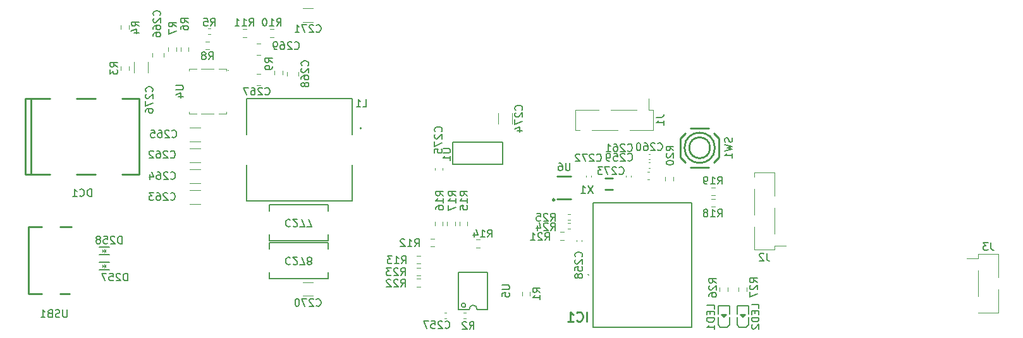
<source format=gbr>
%TF.GenerationSoftware,KiCad,Pcbnew,9.0.2*%
%TF.CreationDate,2025-08-04T20:44:44-05:00*%
%TF.ProjectId,led_matrix,6c65645f-6d61-4747-9269-782e6b696361,rev?*%
%TF.SameCoordinates,Original*%
%TF.FileFunction,Legend,Bot*%
%TF.FilePolarity,Positive*%
%FSLAX46Y46*%
G04 Gerber Fmt 4.6, Leading zero omitted, Abs format (unit mm)*
G04 Created by KiCad (PCBNEW 9.0.2) date 2025-08-04 20:44:44*
%MOMM*%
%LPD*%
G01*
G04 APERTURE LIST*
%ADD10C,0.150000*%
%ADD11C,0.254000*%
%ADD12C,0.152400*%
%ADD13C,0.130000*%
%ADD14C,0.100000*%
%ADD15C,0.000000*%
%ADD16C,0.101500*%
%ADD17C,0.120000*%
%ADD18C,0.200000*%
%ADD19C,0.152500*%
G04 APERTURE END LIST*
D10*
X57367275Y-152575419D02*
X57367275Y-151575419D01*
X57367275Y-151575419D02*
X57129180Y-151575419D01*
X57129180Y-151575419D02*
X56986323Y-151623038D01*
X56986323Y-151623038D02*
X56891085Y-151718276D01*
X56891085Y-151718276D02*
X56843466Y-151813514D01*
X56843466Y-151813514D02*
X56795847Y-152003990D01*
X56795847Y-152003990D02*
X56795847Y-152146847D01*
X56795847Y-152146847D02*
X56843466Y-152337323D01*
X56843466Y-152337323D02*
X56891085Y-152432561D01*
X56891085Y-152432561D02*
X56986323Y-152527800D01*
X56986323Y-152527800D02*
X57129180Y-152575419D01*
X57129180Y-152575419D02*
X57367275Y-152575419D01*
X56414894Y-151670657D02*
X56367275Y-151623038D01*
X56367275Y-151623038D02*
X56272037Y-151575419D01*
X56272037Y-151575419D02*
X56033942Y-151575419D01*
X56033942Y-151575419D02*
X55938704Y-151623038D01*
X55938704Y-151623038D02*
X55891085Y-151670657D01*
X55891085Y-151670657D02*
X55843466Y-151765895D01*
X55843466Y-151765895D02*
X55843466Y-151861133D01*
X55843466Y-151861133D02*
X55891085Y-152003990D01*
X55891085Y-152003990D02*
X56462513Y-152575419D01*
X56462513Y-152575419D02*
X55843466Y-152575419D01*
X54938704Y-151575419D02*
X55414894Y-151575419D01*
X55414894Y-151575419D02*
X55462513Y-152051609D01*
X55462513Y-152051609D02*
X55414894Y-152003990D01*
X55414894Y-152003990D02*
X55319656Y-151956371D01*
X55319656Y-151956371D02*
X55081561Y-151956371D01*
X55081561Y-151956371D02*
X54986323Y-152003990D01*
X54986323Y-152003990D02*
X54938704Y-152051609D01*
X54938704Y-152051609D02*
X54891085Y-152146847D01*
X54891085Y-152146847D02*
X54891085Y-152384942D01*
X54891085Y-152384942D02*
X54938704Y-152480180D01*
X54938704Y-152480180D02*
X54986323Y-152527800D01*
X54986323Y-152527800D02*
X55081561Y-152575419D01*
X55081561Y-152575419D02*
X55319656Y-152575419D01*
X55319656Y-152575419D02*
X55414894Y-152527800D01*
X55414894Y-152527800D02*
X55462513Y-152480180D01*
X54557751Y-151575419D02*
X53891085Y-151575419D01*
X53891085Y-151575419D02*
X54319656Y-152575419D01*
X63850319Y-126407595D02*
X64659842Y-126407595D01*
X64659842Y-126407595D02*
X64755080Y-126455214D01*
X64755080Y-126455214D02*
X64802700Y-126502833D01*
X64802700Y-126502833D02*
X64850319Y-126598071D01*
X64850319Y-126598071D02*
X64850319Y-126788547D01*
X64850319Y-126788547D02*
X64802700Y-126883785D01*
X64802700Y-126883785D02*
X64755080Y-126931404D01*
X64755080Y-126931404D02*
X64659842Y-126979023D01*
X64659842Y-126979023D02*
X63850319Y-126979023D01*
X64183652Y-127883785D02*
X64850319Y-127883785D01*
X63802700Y-127645690D02*
X64516985Y-127407595D01*
X64516985Y-127407595D02*
X64516985Y-128026642D01*
X130502819Y-135120142D02*
X130026628Y-134786809D01*
X130502819Y-134548714D02*
X129502819Y-134548714D01*
X129502819Y-134548714D02*
X129502819Y-134929666D01*
X129502819Y-134929666D02*
X129550438Y-135024904D01*
X129550438Y-135024904D02*
X129598057Y-135072523D01*
X129598057Y-135072523D02*
X129693295Y-135120142D01*
X129693295Y-135120142D02*
X129836152Y-135120142D01*
X129836152Y-135120142D02*
X129931390Y-135072523D01*
X129931390Y-135072523D02*
X129979009Y-135024904D01*
X129979009Y-135024904D02*
X130026628Y-134929666D01*
X130026628Y-134929666D02*
X130026628Y-134548714D01*
X129598057Y-135501095D02*
X129550438Y-135548714D01*
X129550438Y-135548714D02*
X129502819Y-135643952D01*
X129502819Y-135643952D02*
X129502819Y-135882047D01*
X129502819Y-135882047D02*
X129550438Y-135977285D01*
X129550438Y-135977285D02*
X129598057Y-136024904D01*
X129598057Y-136024904D02*
X129693295Y-136072523D01*
X129693295Y-136072523D02*
X129788533Y-136072523D01*
X129788533Y-136072523D02*
X129931390Y-136024904D01*
X129931390Y-136024904D02*
X130502819Y-135453476D01*
X130502819Y-135453476D02*
X130502819Y-136072523D01*
X129502819Y-136691571D02*
X129502819Y-136786809D01*
X129502819Y-136786809D02*
X129550438Y-136882047D01*
X129550438Y-136882047D02*
X129598057Y-136929666D01*
X129598057Y-136929666D02*
X129693295Y-136977285D01*
X129693295Y-136977285D02*
X129883771Y-137024904D01*
X129883771Y-137024904D02*
X130121866Y-137024904D01*
X130121866Y-137024904D02*
X130312342Y-136977285D01*
X130312342Y-136977285D02*
X130407580Y-136929666D01*
X130407580Y-136929666D02*
X130455200Y-136882047D01*
X130455200Y-136882047D02*
X130502819Y-136786809D01*
X130502819Y-136786809D02*
X130502819Y-136691571D01*
X130502819Y-136691571D02*
X130455200Y-136596333D01*
X130455200Y-136596333D02*
X130407580Y-136548714D01*
X130407580Y-136548714D02*
X130312342Y-136501095D01*
X130312342Y-136501095D02*
X130121866Y-136453476D01*
X130121866Y-136453476D02*
X129883771Y-136453476D01*
X129883771Y-136453476D02*
X129693295Y-136501095D01*
X129693295Y-136501095D02*
X129598057Y-136548714D01*
X129598057Y-136548714D02*
X129550438Y-136596333D01*
X129550438Y-136596333D02*
X129502819Y-136691571D01*
X119681523Y-139840619D02*
X119014857Y-140840619D01*
X119014857Y-139840619D02*
X119681523Y-140840619D01*
X118110095Y-140840619D02*
X118681523Y-140840619D01*
X118395809Y-140840619D02*
X118395809Y-139840619D01*
X118395809Y-139840619D02*
X118491047Y-139983476D01*
X118491047Y-139983476D02*
X118586285Y-140078714D01*
X118586285Y-140078714D02*
X118681523Y-140126333D01*
X94064057Y-150264019D02*
X94397390Y-149787828D01*
X94635485Y-150264019D02*
X94635485Y-149264019D01*
X94635485Y-149264019D02*
X94254533Y-149264019D01*
X94254533Y-149264019D02*
X94159295Y-149311638D01*
X94159295Y-149311638D02*
X94111676Y-149359257D01*
X94111676Y-149359257D02*
X94064057Y-149454495D01*
X94064057Y-149454495D02*
X94064057Y-149597352D01*
X94064057Y-149597352D02*
X94111676Y-149692590D01*
X94111676Y-149692590D02*
X94159295Y-149740209D01*
X94159295Y-149740209D02*
X94254533Y-149787828D01*
X94254533Y-149787828D02*
X94635485Y-149787828D01*
X93111676Y-150264019D02*
X93683104Y-150264019D01*
X93397390Y-150264019D02*
X93397390Y-149264019D01*
X93397390Y-149264019D02*
X93492628Y-149406876D01*
X93492628Y-149406876D02*
X93587866Y-149502114D01*
X93587866Y-149502114D02*
X93683104Y-149549733D01*
X92778342Y-149264019D02*
X92159295Y-149264019D01*
X92159295Y-149264019D02*
X92492628Y-149644971D01*
X92492628Y-149644971D02*
X92349771Y-149644971D01*
X92349771Y-149644971D02*
X92254533Y-149692590D01*
X92254533Y-149692590D02*
X92206914Y-149740209D01*
X92206914Y-149740209D02*
X92159295Y-149835447D01*
X92159295Y-149835447D02*
X92159295Y-150073542D01*
X92159295Y-150073542D02*
X92206914Y-150168780D01*
X92206914Y-150168780D02*
X92254533Y-150216400D01*
X92254533Y-150216400D02*
X92349771Y-150264019D01*
X92349771Y-150264019D02*
X92635485Y-150264019D01*
X92635485Y-150264019D02*
X92730723Y-150216400D01*
X92730723Y-150216400D02*
X92778342Y-150168780D01*
X135938419Y-156322652D02*
X135938419Y-155846462D01*
X135938419Y-155846462D02*
X134938419Y-155846462D01*
X135414609Y-156655986D02*
X135414609Y-156989319D01*
X135938419Y-157132176D02*
X135938419Y-156655986D01*
X135938419Y-156655986D02*
X134938419Y-156655986D01*
X134938419Y-156655986D02*
X134938419Y-157132176D01*
X135938419Y-157560748D02*
X134938419Y-157560748D01*
X134938419Y-157560748D02*
X134938419Y-157798843D01*
X134938419Y-157798843D02*
X134986038Y-157941700D01*
X134986038Y-157941700D02*
X135081276Y-158036938D01*
X135081276Y-158036938D02*
X135176514Y-158084557D01*
X135176514Y-158084557D02*
X135366990Y-158132176D01*
X135366990Y-158132176D02*
X135509847Y-158132176D01*
X135509847Y-158132176D02*
X135700323Y-158084557D01*
X135700323Y-158084557D02*
X135795561Y-158036938D01*
X135795561Y-158036938D02*
X135890800Y-157941700D01*
X135890800Y-157941700D02*
X135938419Y-157798843D01*
X135938419Y-157798843D02*
X135938419Y-157560748D01*
X135938419Y-159084557D02*
X135938419Y-158513129D01*
X135938419Y-158798843D02*
X134938419Y-158798843D01*
X134938419Y-158798843D02*
X135081276Y-158703605D01*
X135081276Y-158703605D02*
X135176514Y-158608367D01*
X135176514Y-158608367D02*
X135224133Y-158513129D01*
X63120447Y-141685180D02*
X63168066Y-141732800D01*
X63168066Y-141732800D02*
X63310923Y-141780419D01*
X63310923Y-141780419D02*
X63406161Y-141780419D01*
X63406161Y-141780419D02*
X63549018Y-141732800D01*
X63549018Y-141732800D02*
X63644256Y-141637561D01*
X63644256Y-141637561D02*
X63691875Y-141542323D01*
X63691875Y-141542323D02*
X63739494Y-141351847D01*
X63739494Y-141351847D02*
X63739494Y-141208990D01*
X63739494Y-141208990D02*
X63691875Y-141018514D01*
X63691875Y-141018514D02*
X63644256Y-140923276D01*
X63644256Y-140923276D02*
X63549018Y-140828038D01*
X63549018Y-140828038D02*
X63406161Y-140780419D01*
X63406161Y-140780419D02*
X63310923Y-140780419D01*
X63310923Y-140780419D02*
X63168066Y-140828038D01*
X63168066Y-140828038D02*
X63120447Y-140875657D01*
X62739494Y-140875657D02*
X62691875Y-140828038D01*
X62691875Y-140828038D02*
X62596637Y-140780419D01*
X62596637Y-140780419D02*
X62358542Y-140780419D01*
X62358542Y-140780419D02*
X62263304Y-140828038D01*
X62263304Y-140828038D02*
X62215685Y-140875657D01*
X62215685Y-140875657D02*
X62168066Y-140970895D01*
X62168066Y-140970895D02*
X62168066Y-141066133D01*
X62168066Y-141066133D02*
X62215685Y-141208990D01*
X62215685Y-141208990D02*
X62787113Y-141780419D01*
X62787113Y-141780419D02*
X62168066Y-141780419D01*
X61310923Y-140780419D02*
X61501399Y-140780419D01*
X61501399Y-140780419D02*
X61596637Y-140828038D01*
X61596637Y-140828038D02*
X61644256Y-140875657D01*
X61644256Y-140875657D02*
X61739494Y-141018514D01*
X61739494Y-141018514D02*
X61787113Y-141208990D01*
X61787113Y-141208990D02*
X61787113Y-141589942D01*
X61787113Y-141589942D02*
X61739494Y-141685180D01*
X61739494Y-141685180D02*
X61691875Y-141732800D01*
X61691875Y-141732800D02*
X61596637Y-141780419D01*
X61596637Y-141780419D02*
X61406161Y-141780419D01*
X61406161Y-141780419D02*
X61310923Y-141732800D01*
X61310923Y-141732800D02*
X61263304Y-141685180D01*
X61263304Y-141685180D02*
X61215685Y-141589942D01*
X61215685Y-141589942D02*
X61215685Y-141351847D01*
X61215685Y-141351847D02*
X61263304Y-141256609D01*
X61263304Y-141256609D02*
X61310923Y-141208990D01*
X61310923Y-141208990D02*
X61406161Y-141161371D01*
X61406161Y-141161371D02*
X61596637Y-141161371D01*
X61596637Y-141161371D02*
X61691875Y-141208990D01*
X61691875Y-141208990D02*
X61739494Y-141256609D01*
X61739494Y-141256609D02*
X61787113Y-141351847D01*
X60882351Y-140780419D02*
X60263304Y-140780419D01*
X60263304Y-140780419D02*
X60596637Y-141161371D01*
X60596637Y-141161371D02*
X60453780Y-141161371D01*
X60453780Y-141161371D02*
X60358542Y-141208990D01*
X60358542Y-141208990D02*
X60310923Y-141256609D01*
X60310923Y-141256609D02*
X60263304Y-141351847D01*
X60263304Y-141351847D02*
X60263304Y-141589942D01*
X60263304Y-141589942D02*
X60310923Y-141685180D01*
X60310923Y-141685180D02*
X60358542Y-141732800D01*
X60358542Y-141732800D02*
X60453780Y-141780419D01*
X60453780Y-141780419D02*
X60739494Y-141780419D01*
X60739494Y-141780419D02*
X60834732Y-141732800D01*
X60834732Y-141732800D02*
X60882351Y-141685180D01*
X77350857Y-118404819D02*
X77684190Y-117928628D01*
X77922285Y-118404819D02*
X77922285Y-117404819D01*
X77922285Y-117404819D02*
X77541333Y-117404819D01*
X77541333Y-117404819D02*
X77446095Y-117452438D01*
X77446095Y-117452438D02*
X77398476Y-117500057D01*
X77398476Y-117500057D02*
X77350857Y-117595295D01*
X77350857Y-117595295D02*
X77350857Y-117738152D01*
X77350857Y-117738152D02*
X77398476Y-117833390D01*
X77398476Y-117833390D02*
X77446095Y-117881009D01*
X77446095Y-117881009D02*
X77541333Y-117928628D01*
X77541333Y-117928628D02*
X77922285Y-117928628D01*
X76398476Y-118404819D02*
X76969904Y-118404819D01*
X76684190Y-118404819D02*
X76684190Y-117404819D01*
X76684190Y-117404819D02*
X76779428Y-117547676D01*
X76779428Y-117547676D02*
X76874666Y-117642914D01*
X76874666Y-117642914D02*
X76969904Y-117690533D01*
X75779428Y-117404819D02*
X75684190Y-117404819D01*
X75684190Y-117404819D02*
X75588952Y-117452438D01*
X75588952Y-117452438D02*
X75541333Y-117500057D01*
X75541333Y-117500057D02*
X75493714Y-117595295D01*
X75493714Y-117595295D02*
X75446095Y-117785771D01*
X75446095Y-117785771D02*
X75446095Y-118023866D01*
X75446095Y-118023866D02*
X75493714Y-118214342D01*
X75493714Y-118214342D02*
X75541333Y-118309580D01*
X75541333Y-118309580D02*
X75588952Y-118357200D01*
X75588952Y-118357200D02*
X75684190Y-118404819D01*
X75684190Y-118404819D02*
X75779428Y-118404819D01*
X75779428Y-118404819D02*
X75874666Y-118357200D01*
X75874666Y-118357200D02*
X75922285Y-118309580D01*
X75922285Y-118309580D02*
X75969904Y-118214342D01*
X75969904Y-118214342D02*
X76017523Y-118023866D01*
X76017523Y-118023866D02*
X76017523Y-117785771D01*
X76017523Y-117785771D02*
X75969904Y-117595295D01*
X75969904Y-117595295D02*
X75922285Y-117500057D01*
X75922285Y-117500057D02*
X75874666Y-117452438D01*
X75874666Y-117452438D02*
X75779428Y-117404819D01*
X142979733Y-148875419D02*
X142979733Y-149589704D01*
X142979733Y-149589704D02*
X143027352Y-149732561D01*
X143027352Y-149732561D02*
X143122590Y-149827800D01*
X143122590Y-149827800D02*
X143265447Y-149875419D01*
X143265447Y-149875419D02*
X143360685Y-149875419D01*
X142551161Y-148970657D02*
X142503542Y-148923038D01*
X142503542Y-148923038D02*
X142408304Y-148875419D01*
X142408304Y-148875419D02*
X142170209Y-148875419D01*
X142170209Y-148875419D02*
X142074971Y-148923038D01*
X142074971Y-148923038D02*
X142027352Y-148970657D01*
X142027352Y-148970657D02*
X141979733Y-149065895D01*
X141979733Y-149065895D02*
X141979733Y-149161133D01*
X141979733Y-149161133D02*
X142027352Y-149303990D01*
X142027352Y-149303990D02*
X142598780Y-149875419D01*
X142598780Y-149875419D02*
X141979733Y-149875419D01*
X99667219Y-141165342D02*
X99191028Y-140832009D01*
X99667219Y-140593914D02*
X98667219Y-140593914D01*
X98667219Y-140593914D02*
X98667219Y-140974866D01*
X98667219Y-140974866D02*
X98714838Y-141070104D01*
X98714838Y-141070104D02*
X98762457Y-141117723D01*
X98762457Y-141117723D02*
X98857695Y-141165342D01*
X98857695Y-141165342D02*
X99000552Y-141165342D01*
X99000552Y-141165342D02*
X99095790Y-141117723D01*
X99095790Y-141117723D02*
X99143409Y-141070104D01*
X99143409Y-141070104D02*
X99191028Y-140974866D01*
X99191028Y-140974866D02*
X99191028Y-140593914D01*
X99667219Y-142117723D02*
X99667219Y-141546295D01*
X99667219Y-141832009D02*
X98667219Y-141832009D01*
X98667219Y-141832009D02*
X98810076Y-141736771D01*
X98810076Y-141736771D02*
X98905314Y-141641533D01*
X98905314Y-141641533D02*
X98952933Y-141546295D01*
X98667219Y-142974866D02*
X98667219Y-142784390D01*
X98667219Y-142784390D02*
X98714838Y-142689152D01*
X98714838Y-142689152D02*
X98762457Y-142641533D01*
X98762457Y-142641533D02*
X98905314Y-142546295D01*
X98905314Y-142546295D02*
X99095790Y-142498676D01*
X99095790Y-142498676D02*
X99476742Y-142498676D01*
X99476742Y-142498676D02*
X99571980Y-142546295D01*
X99571980Y-142546295D02*
X99619600Y-142593914D01*
X99619600Y-142593914D02*
X99667219Y-142689152D01*
X99667219Y-142689152D02*
X99667219Y-142879628D01*
X99667219Y-142879628D02*
X99619600Y-142974866D01*
X99619600Y-142974866D02*
X99571980Y-143022485D01*
X99571980Y-143022485D02*
X99476742Y-143070104D01*
X99476742Y-143070104D02*
X99238647Y-143070104D01*
X99238647Y-143070104D02*
X99143409Y-143022485D01*
X99143409Y-143022485D02*
X99095790Y-142974866D01*
X99095790Y-142974866D02*
X99048171Y-142879628D01*
X99048171Y-142879628D02*
X99048171Y-142689152D01*
X99048171Y-142689152D02*
X99095790Y-142593914D01*
X99095790Y-142593914D02*
X99143409Y-142546295D01*
X99143409Y-142546295D02*
X99238647Y-142498676D01*
X136405857Y-139613819D02*
X136739190Y-139137628D01*
X136977285Y-139613819D02*
X136977285Y-138613819D01*
X136977285Y-138613819D02*
X136596333Y-138613819D01*
X136596333Y-138613819D02*
X136501095Y-138661438D01*
X136501095Y-138661438D02*
X136453476Y-138709057D01*
X136453476Y-138709057D02*
X136405857Y-138804295D01*
X136405857Y-138804295D02*
X136405857Y-138947152D01*
X136405857Y-138947152D02*
X136453476Y-139042390D01*
X136453476Y-139042390D02*
X136501095Y-139090009D01*
X136501095Y-139090009D02*
X136596333Y-139137628D01*
X136596333Y-139137628D02*
X136977285Y-139137628D01*
X135453476Y-139613819D02*
X136024904Y-139613819D01*
X135739190Y-139613819D02*
X135739190Y-138613819D01*
X135739190Y-138613819D02*
X135834428Y-138756676D01*
X135834428Y-138756676D02*
X135929666Y-138851914D01*
X135929666Y-138851914D02*
X136024904Y-138899533D01*
X134977285Y-139613819D02*
X134786809Y-139613819D01*
X134786809Y-139613819D02*
X134691571Y-139566200D01*
X134691571Y-139566200D02*
X134643952Y-139518580D01*
X134643952Y-139518580D02*
X134548714Y-139375723D01*
X134548714Y-139375723D02*
X134501095Y-139185247D01*
X134501095Y-139185247D02*
X134501095Y-138804295D01*
X134501095Y-138804295D02*
X134548714Y-138709057D01*
X134548714Y-138709057D02*
X134596333Y-138661438D01*
X134596333Y-138661438D02*
X134691571Y-138613819D01*
X134691571Y-138613819D02*
X134882047Y-138613819D01*
X134882047Y-138613819D02*
X134977285Y-138661438D01*
X134977285Y-138661438D02*
X135024904Y-138709057D01*
X135024904Y-138709057D02*
X135072523Y-138804295D01*
X135072523Y-138804295D02*
X135072523Y-139042390D01*
X135072523Y-139042390D02*
X135024904Y-139137628D01*
X135024904Y-139137628D02*
X134977285Y-139185247D01*
X134977285Y-139185247D02*
X134882047Y-139232866D01*
X134882047Y-139232866D02*
X134691571Y-139232866D01*
X134691571Y-139232866D02*
X134596333Y-139185247D01*
X134596333Y-139185247D02*
X134548714Y-139137628D01*
X134548714Y-139137628D02*
X134501095Y-139042390D01*
X102893019Y-141165342D02*
X102416828Y-140832009D01*
X102893019Y-140593914D02*
X101893019Y-140593914D01*
X101893019Y-140593914D02*
X101893019Y-140974866D01*
X101893019Y-140974866D02*
X101940638Y-141070104D01*
X101940638Y-141070104D02*
X101988257Y-141117723D01*
X101988257Y-141117723D02*
X102083495Y-141165342D01*
X102083495Y-141165342D02*
X102226352Y-141165342D01*
X102226352Y-141165342D02*
X102321590Y-141117723D01*
X102321590Y-141117723D02*
X102369209Y-141070104D01*
X102369209Y-141070104D02*
X102416828Y-140974866D01*
X102416828Y-140974866D02*
X102416828Y-140593914D01*
X102893019Y-142117723D02*
X102893019Y-141546295D01*
X102893019Y-141832009D02*
X101893019Y-141832009D01*
X101893019Y-141832009D02*
X102035876Y-141736771D01*
X102035876Y-141736771D02*
X102131114Y-141641533D01*
X102131114Y-141641533D02*
X102178733Y-141546295D01*
X101893019Y-143022485D02*
X101893019Y-142546295D01*
X101893019Y-142546295D02*
X102369209Y-142498676D01*
X102369209Y-142498676D02*
X102321590Y-142546295D01*
X102321590Y-142546295D02*
X102273971Y-142641533D01*
X102273971Y-142641533D02*
X102273971Y-142879628D01*
X102273971Y-142879628D02*
X102321590Y-142974866D01*
X102321590Y-142974866D02*
X102369209Y-143022485D01*
X102369209Y-143022485D02*
X102464447Y-143070104D01*
X102464447Y-143070104D02*
X102702542Y-143070104D01*
X102702542Y-143070104D02*
X102797780Y-143022485D01*
X102797780Y-143022485D02*
X102845400Y-142974866D01*
X102845400Y-142974866D02*
X102893019Y-142879628D01*
X102893019Y-142879628D02*
X102893019Y-142641533D01*
X102893019Y-142641533D02*
X102845400Y-142546295D01*
X102845400Y-142546295D02*
X102797780Y-142498676D01*
X103163666Y-159052419D02*
X103496999Y-158576228D01*
X103735094Y-159052419D02*
X103735094Y-158052419D01*
X103735094Y-158052419D02*
X103354142Y-158052419D01*
X103354142Y-158052419D02*
X103258904Y-158100038D01*
X103258904Y-158100038D02*
X103211285Y-158147657D01*
X103211285Y-158147657D02*
X103163666Y-158242895D01*
X103163666Y-158242895D02*
X103163666Y-158385752D01*
X103163666Y-158385752D02*
X103211285Y-158480990D01*
X103211285Y-158480990D02*
X103258904Y-158528609D01*
X103258904Y-158528609D02*
X103354142Y-158576228D01*
X103354142Y-158576228D02*
X103735094Y-158576228D01*
X102782713Y-158147657D02*
X102735094Y-158100038D01*
X102735094Y-158100038D02*
X102639856Y-158052419D01*
X102639856Y-158052419D02*
X102401761Y-158052419D01*
X102401761Y-158052419D02*
X102306523Y-158100038D01*
X102306523Y-158100038D02*
X102258904Y-158147657D01*
X102258904Y-158147657D02*
X102211285Y-158242895D01*
X102211285Y-158242895D02*
X102211285Y-158338133D01*
X102211285Y-158338133D02*
X102258904Y-158480990D01*
X102258904Y-158480990D02*
X102830332Y-159052419D01*
X102830332Y-159052419D02*
X102211285Y-159052419D01*
X88863466Y-129258219D02*
X89339656Y-129258219D01*
X89339656Y-129258219D02*
X89339656Y-128258219D01*
X88006323Y-129258219D02*
X88577751Y-129258219D01*
X88292037Y-129258219D02*
X88292037Y-128258219D01*
X88292037Y-128258219D02*
X88387275Y-128401076D01*
X88387275Y-128401076D02*
X88482513Y-128496314D01*
X88482513Y-128496314D02*
X88577751Y-128543933D01*
X114028457Y-144549019D02*
X114361790Y-144072828D01*
X114599885Y-144549019D02*
X114599885Y-143549019D01*
X114599885Y-143549019D02*
X114218933Y-143549019D01*
X114218933Y-143549019D02*
X114123695Y-143596638D01*
X114123695Y-143596638D02*
X114076076Y-143644257D01*
X114076076Y-143644257D02*
X114028457Y-143739495D01*
X114028457Y-143739495D02*
X114028457Y-143882352D01*
X114028457Y-143882352D02*
X114076076Y-143977590D01*
X114076076Y-143977590D02*
X114123695Y-144025209D01*
X114123695Y-144025209D02*
X114218933Y-144072828D01*
X114218933Y-144072828D02*
X114599885Y-144072828D01*
X113647504Y-143644257D02*
X113599885Y-143596638D01*
X113599885Y-143596638D02*
X113504647Y-143549019D01*
X113504647Y-143549019D02*
X113266552Y-143549019D01*
X113266552Y-143549019D02*
X113171314Y-143596638D01*
X113171314Y-143596638D02*
X113123695Y-143644257D01*
X113123695Y-143644257D02*
X113076076Y-143739495D01*
X113076076Y-143739495D02*
X113076076Y-143834733D01*
X113076076Y-143834733D02*
X113123695Y-143977590D01*
X113123695Y-143977590D02*
X113695123Y-144549019D01*
X113695123Y-144549019D02*
X113076076Y-144549019D01*
X112171314Y-143549019D02*
X112647504Y-143549019D01*
X112647504Y-143549019D02*
X112695123Y-144025209D01*
X112695123Y-144025209D02*
X112647504Y-143977590D01*
X112647504Y-143977590D02*
X112552266Y-143929971D01*
X112552266Y-143929971D02*
X112314171Y-143929971D01*
X112314171Y-143929971D02*
X112218933Y-143977590D01*
X112218933Y-143977590D02*
X112171314Y-144025209D01*
X112171314Y-144025209D02*
X112123695Y-144120447D01*
X112123695Y-144120447D02*
X112123695Y-144358542D01*
X112123695Y-144358542D02*
X112171314Y-144453780D01*
X112171314Y-144453780D02*
X112218933Y-144501400D01*
X112218933Y-144501400D02*
X112314171Y-144549019D01*
X112314171Y-144549019D02*
X112552266Y-144549019D01*
X112552266Y-144549019D02*
X112647504Y-144501400D01*
X112647504Y-144501400D02*
X112695123Y-144453780D01*
X63323647Y-133277780D02*
X63371266Y-133325400D01*
X63371266Y-133325400D02*
X63514123Y-133373019D01*
X63514123Y-133373019D02*
X63609361Y-133373019D01*
X63609361Y-133373019D02*
X63752218Y-133325400D01*
X63752218Y-133325400D02*
X63847456Y-133230161D01*
X63847456Y-133230161D02*
X63895075Y-133134923D01*
X63895075Y-133134923D02*
X63942694Y-132944447D01*
X63942694Y-132944447D02*
X63942694Y-132801590D01*
X63942694Y-132801590D02*
X63895075Y-132611114D01*
X63895075Y-132611114D02*
X63847456Y-132515876D01*
X63847456Y-132515876D02*
X63752218Y-132420638D01*
X63752218Y-132420638D02*
X63609361Y-132373019D01*
X63609361Y-132373019D02*
X63514123Y-132373019D01*
X63514123Y-132373019D02*
X63371266Y-132420638D01*
X63371266Y-132420638D02*
X63323647Y-132468257D01*
X62942694Y-132468257D02*
X62895075Y-132420638D01*
X62895075Y-132420638D02*
X62799837Y-132373019D01*
X62799837Y-132373019D02*
X62561742Y-132373019D01*
X62561742Y-132373019D02*
X62466504Y-132420638D01*
X62466504Y-132420638D02*
X62418885Y-132468257D01*
X62418885Y-132468257D02*
X62371266Y-132563495D01*
X62371266Y-132563495D02*
X62371266Y-132658733D01*
X62371266Y-132658733D02*
X62418885Y-132801590D01*
X62418885Y-132801590D02*
X62990313Y-133373019D01*
X62990313Y-133373019D02*
X62371266Y-133373019D01*
X61514123Y-132373019D02*
X61704599Y-132373019D01*
X61704599Y-132373019D02*
X61799837Y-132420638D01*
X61799837Y-132420638D02*
X61847456Y-132468257D01*
X61847456Y-132468257D02*
X61942694Y-132611114D01*
X61942694Y-132611114D02*
X61990313Y-132801590D01*
X61990313Y-132801590D02*
X61990313Y-133182542D01*
X61990313Y-133182542D02*
X61942694Y-133277780D01*
X61942694Y-133277780D02*
X61895075Y-133325400D01*
X61895075Y-133325400D02*
X61799837Y-133373019D01*
X61799837Y-133373019D02*
X61609361Y-133373019D01*
X61609361Y-133373019D02*
X61514123Y-133325400D01*
X61514123Y-133325400D02*
X61466504Y-133277780D01*
X61466504Y-133277780D02*
X61418885Y-133182542D01*
X61418885Y-133182542D02*
X61418885Y-132944447D01*
X61418885Y-132944447D02*
X61466504Y-132849209D01*
X61466504Y-132849209D02*
X61514123Y-132801590D01*
X61514123Y-132801590D02*
X61609361Y-132753971D01*
X61609361Y-132753971D02*
X61799837Y-132753971D01*
X61799837Y-132753971D02*
X61895075Y-132801590D01*
X61895075Y-132801590D02*
X61942694Y-132849209D01*
X61942694Y-132849209D02*
X61990313Y-132944447D01*
X60514123Y-132373019D02*
X60990313Y-132373019D01*
X60990313Y-132373019D02*
X61037932Y-132849209D01*
X61037932Y-132849209D02*
X60990313Y-132801590D01*
X60990313Y-132801590D02*
X60895075Y-132753971D01*
X60895075Y-132753971D02*
X60656980Y-132753971D01*
X60656980Y-132753971D02*
X60561742Y-132801590D01*
X60561742Y-132801590D02*
X60514123Y-132849209D01*
X60514123Y-132849209D02*
X60466504Y-132944447D01*
X60466504Y-132944447D02*
X60466504Y-133182542D01*
X60466504Y-133182542D02*
X60514123Y-133277780D01*
X60514123Y-133277780D02*
X60561742Y-133325400D01*
X60561742Y-133325400D02*
X60656980Y-133373019D01*
X60656980Y-133373019D02*
X60895075Y-133373019D01*
X60895075Y-133373019D02*
X60990313Y-133325400D01*
X60990313Y-133325400D02*
X61037932Y-133277780D01*
X61700580Y-117016352D02*
X61748200Y-116968733D01*
X61748200Y-116968733D02*
X61795819Y-116825876D01*
X61795819Y-116825876D02*
X61795819Y-116730638D01*
X61795819Y-116730638D02*
X61748200Y-116587781D01*
X61748200Y-116587781D02*
X61652961Y-116492543D01*
X61652961Y-116492543D02*
X61557723Y-116444924D01*
X61557723Y-116444924D02*
X61367247Y-116397305D01*
X61367247Y-116397305D02*
X61224390Y-116397305D01*
X61224390Y-116397305D02*
X61033914Y-116444924D01*
X61033914Y-116444924D02*
X60938676Y-116492543D01*
X60938676Y-116492543D02*
X60843438Y-116587781D01*
X60843438Y-116587781D02*
X60795819Y-116730638D01*
X60795819Y-116730638D02*
X60795819Y-116825876D01*
X60795819Y-116825876D02*
X60843438Y-116968733D01*
X60843438Y-116968733D02*
X60891057Y-117016352D01*
X60891057Y-117397305D02*
X60843438Y-117444924D01*
X60843438Y-117444924D02*
X60795819Y-117540162D01*
X60795819Y-117540162D02*
X60795819Y-117778257D01*
X60795819Y-117778257D02*
X60843438Y-117873495D01*
X60843438Y-117873495D02*
X60891057Y-117921114D01*
X60891057Y-117921114D02*
X60986295Y-117968733D01*
X60986295Y-117968733D02*
X61081533Y-117968733D01*
X61081533Y-117968733D02*
X61224390Y-117921114D01*
X61224390Y-117921114D02*
X61795819Y-117349686D01*
X61795819Y-117349686D02*
X61795819Y-117968733D01*
X60795819Y-118825876D02*
X60795819Y-118635400D01*
X60795819Y-118635400D02*
X60843438Y-118540162D01*
X60843438Y-118540162D02*
X60891057Y-118492543D01*
X60891057Y-118492543D02*
X61033914Y-118397305D01*
X61033914Y-118397305D02*
X61224390Y-118349686D01*
X61224390Y-118349686D02*
X61605342Y-118349686D01*
X61605342Y-118349686D02*
X61700580Y-118397305D01*
X61700580Y-118397305D02*
X61748200Y-118444924D01*
X61748200Y-118444924D02*
X61795819Y-118540162D01*
X61795819Y-118540162D02*
X61795819Y-118730638D01*
X61795819Y-118730638D02*
X61748200Y-118825876D01*
X61748200Y-118825876D02*
X61700580Y-118873495D01*
X61700580Y-118873495D02*
X61605342Y-118921114D01*
X61605342Y-118921114D02*
X61367247Y-118921114D01*
X61367247Y-118921114D02*
X61272009Y-118873495D01*
X61272009Y-118873495D02*
X61224390Y-118825876D01*
X61224390Y-118825876D02*
X61176771Y-118730638D01*
X61176771Y-118730638D02*
X61176771Y-118540162D01*
X61176771Y-118540162D02*
X61224390Y-118444924D01*
X61224390Y-118444924D02*
X61272009Y-118397305D01*
X61272009Y-118397305D02*
X61367247Y-118349686D01*
X60795819Y-119778257D02*
X60795819Y-119587781D01*
X60795819Y-119587781D02*
X60843438Y-119492543D01*
X60843438Y-119492543D02*
X60891057Y-119444924D01*
X60891057Y-119444924D02*
X61033914Y-119349686D01*
X61033914Y-119349686D02*
X61224390Y-119302067D01*
X61224390Y-119302067D02*
X61605342Y-119302067D01*
X61605342Y-119302067D02*
X61700580Y-119349686D01*
X61700580Y-119349686D02*
X61748200Y-119397305D01*
X61748200Y-119397305D02*
X61795819Y-119492543D01*
X61795819Y-119492543D02*
X61795819Y-119683019D01*
X61795819Y-119683019D02*
X61748200Y-119778257D01*
X61748200Y-119778257D02*
X61700580Y-119825876D01*
X61700580Y-119825876D02*
X61605342Y-119873495D01*
X61605342Y-119873495D02*
X61367247Y-119873495D01*
X61367247Y-119873495D02*
X61272009Y-119825876D01*
X61272009Y-119825876D02*
X61224390Y-119778257D01*
X61224390Y-119778257D02*
X61176771Y-119683019D01*
X61176771Y-119683019D02*
X61176771Y-119492543D01*
X61176771Y-119492543D02*
X61224390Y-119397305D01*
X61224390Y-119397305D02*
X61272009Y-119349686D01*
X61272009Y-119349686D02*
X61367247Y-119302067D01*
X63120447Y-136046380D02*
X63168066Y-136094000D01*
X63168066Y-136094000D02*
X63310923Y-136141619D01*
X63310923Y-136141619D02*
X63406161Y-136141619D01*
X63406161Y-136141619D02*
X63549018Y-136094000D01*
X63549018Y-136094000D02*
X63644256Y-135998761D01*
X63644256Y-135998761D02*
X63691875Y-135903523D01*
X63691875Y-135903523D02*
X63739494Y-135713047D01*
X63739494Y-135713047D02*
X63739494Y-135570190D01*
X63739494Y-135570190D02*
X63691875Y-135379714D01*
X63691875Y-135379714D02*
X63644256Y-135284476D01*
X63644256Y-135284476D02*
X63549018Y-135189238D01*
X63549018Y-135189238D02*
X63406161Y-135141619D01*
X63406161Y-135141619D02*
X63310923Y-135141619D01*
X63310923Y-135141619D02*
X63168066Y-135189238D01*
X63168066Y-135189238D02*
X63120447Y-135236857D01*
X62739494Y-135236857D02*
X62691875Y-135189238D01*
X62691875Y-135189238D02*
X62596637Y-135141619D01*
X62596637Y-135141619D02*
X62358542Y-135141619D01*
X62358542Y-135141619D02*
X62263304Y-135189238D01*
X62263304Y-135189238D02*
X62215685Y-135236857D01*
X62215685Y-135236857D02*
X62168066Y-135332095D01*
X62168066Y-135332095D02*
X62168066Y-135427333D01*
X62168066Y-135427333D02*
X62215685Y-135570190D01*
X62215685Y-135570190D02*
X62787113Y-136141619D01*
X62787113Y-136141619D02*
X62168066Y-136141619D01*
X61310923Y-135141619D02*
X61501399Y-135141619D01*
X61501399Y-135141619D02*
X61596637Y-135189238D01*
X61596637Y-135189238D02*
X61644256Y-135236857D01*
X61644256Y-135236857D02*
X61739494Y-135379714D01*
X61739494Y-135379714D02*
X61787113Y-135570190D01*
X61787113Y-135570190D02*
X61787113Y-135951142D01*
X61787113Y-135951142D02*
X61739494Y-136046380D01*
X61739494Y-136046380D02*
X61691875Y-136094000D01*
X61691875Y-136094000D02*
X61596637Y-136141619D01*
X61596637Y-136141619D02*
X61406161Y-136141619D01*
X61406161Y-136141619D02*
X61310923Y-136094000D01*
X61310923Y-136094000D02*
X61263304Y-136046380D01*
X61263304Y-136046380D02*
X61215685Y-135951142D01*
X61215685Y-135951142D02*
X61215685Y-135713047D01*
X61215685Y-135713047D02*
X61263304Y-135617809D01*
X61263304Y-135617809D02*
X61310923Y-135570190D01*
X61310923Y-135570190D02*
X61406161Y-135522571D01*
X61406161Y-135522571D02*
X61596637Y-135522571D01*
X61596637Y-135522571D02*
X61691875Y-135570190D01*
X61691875Y-135570190D02*
X61739494Y-135617809D01*
X61739494Y-135617809D02*
X61787113Y-135713047D01*
X60834732Y-135236857D02*
X60787113Y-135189238D01*
X60787113Y-135189238D02*
X60691875Y-135141619D01*
X60691875Y-135141619D02*
X60453780Y-135141619D01*
X60453780Y-135141619D02*
X60358542Y-135189238D01*
X60358542Y-135189238D02*
X60310923Y-135236857D01*
X60310923Y-135236857D02*
X60263304Y-135332095D01*
X60263304Y-135332095D02*
X60263304Y-135427333D01*
X60263304Y-135427333D02*
X60310923Y-135570190D01*
X60310923Y-135570190D02*
X60882351Y-136141619D01*
X60882351Y-136141619D02*
X60263304Y-136141619D01*
X128174419Y-130683866D02*
X128888704Y-130683866D01*
X128888704Y-130683866D02*
X129031561Y-130636247D01*
X129031561Y-130636247D02*
X129126800Y-130541009D01*
X129126800Y-130541009D02*
X129174419Y-130398152D01*
X129174419Y-130398152D02*
X129174419Y-130302914D01*
X129174419Y-131683866D02*
X129174419Y-131112438D01*
X129174419Y-131398152D02*
X128174419Y-131398152D01*
X128174419Y-131398152D02*
X128317276Y-131302914D01*
X128317276Y-131302914D02*
X128412514Y-131207676D01*
X128412514Y-131207676D02*
X128460133Y-131112438D01*
X136405857Y-143997819D02*
X136739190Y-143521628D01*
X136977285Y-143997819D02*
X136977285Y-142997819D01*
X136977285Y-142997819D02*
X136596333Y-142997819D01*
X136596333Y-142997819D02*
X136501095Y-143045438D01*
X136501095Y-143045438D02*
X136453476Y-143093057D01*
X136453476Y-143093057D02*
X136405857Y-143188295D01*
X136405857Y-143188295D02*
X136405857Y-143331152D01*
X136405857Y-143331152D02*
X136453476Y-143426390D01*
X136453476Y-143426390D02*
X136501095Y-143474009D01*
X136501095Y-143474009D02*
X136596333Y-143521628D01*
X136596333Y-143521628D02*
X136977285Y-143521628D01*
X135453476Y-143997819D02*
X136024904Y-143997819D01*
X135739190Y-143997819D02*
X135739190Y-142997819D01*
X135739190Y-142997819D02*
X135834428Y-143140676D01*
X135834428Y-143140676D02*
X135929666Y-143235914D01*
X135929666Y-143235914D02*
X136024904Y-143283533D01*
X134882047Y-143426390D02*
X134977285Y-143378771D01*
X134977285Y-143378771D02*
X135024904Y-143331152D01*
X135024904Y-143331152D02*
X135072523Y-143235914D01*
X135072523Y-143235914D02*
X135072523Y-143188295D01*
X135072523Y-143188295D02*
X135024904Y-143093057D01*
X135024904Y-143093057D02*
X134977285Y-143045438D01*
X134977285Y-143045438D02*
X134882047Y-142997819D01*
X134882047Y-142997819D02*
X134691571Y-142997819D01*
X134691571Y-142997819D02*
X134596333Y-143045438D01*
X134596333Y-143045438D02*
X134548714Y-143093057D01*
X134548714Y-143093057D02*
X134501095Y-143188295D01*
X134501095Y-143188295D02*
X134501095Y-143235914D01*
X134501095Y-143235914D02*
X134548714Y-143331152D01*
X134548714Y-143331152D02*
X134596333Y-143378771D01*
X134596333Y-143378771D02*
X134691571Y-143426390D01*
X134691571Y-143426390D02*
X134882047Y-143426390D01*
X134882047Y-143426390D02*
X134977285Y-143474009D01*
X134977285Y-143474009D02*
X135024904Y-143521628D01*
X135024904Y-143521628D02*
X135072523Y-143616866D01*
X135072523Y-143616866D02*
X135072523Y-143807342D01*
X135072523Y-143807342D02*
X135024904Y-143902580D01*
X135024904Y-143902580D02*
X134977285Y-143950200D01*
X134977285Y-143950200D02*
X134882047Y-143997819D01*
X134882047Y-143997819D02*
X134691571Y-143997819D01*
X134691571Y-143997819D02*
X134596333Y-143950200D01*
X134596333Y-143950200D02*
X134548714Y-143902580D01*
X134548714Y-143902580D02*
X134501095Y-143807342D01*
X134501095Y-143807342D02*
X134501095Y-143616866D01*
X134501095Y-143616866D02*
X134548714Y-143521628D01*
X134548714Y-143521628D02*
X134596333Y-143474009D01*
X134596333Y-143474009D02*
X134691571Y-143426390D01*
X99899647Y-158855580D02*
X99947266Y-158903200D01*
X99947266Y-158903200D02*
X100090123Y-158950819D01*
X100090123Y-158950819D02*
X100185361Y-158950819D01*
X100185361Y-158950819D02*
X100328218Y-158903200D01*
X100328218Y-158903200D02*
X100423456Y-158807961D01*
X100423456Y-158807961D02*
X100471075Y-158712723D01*
X100471075Y-158712723D02*
X100518694Y-158522247D01*
X100518694Y-158522247D02*
X100518694Y-158379390D01*
X100518694Y-158379390D02*
X100471075Y-158188914D01*
X100471075Y-158188914D02*
X100423456Y-158093676D01*
X100423456Y-158093676D02*
X100328218Y-157998438D01*
X100328218Y-157998438D02*
X100185361Y-157950819D01*
X100185361Y-157950819D02*
X100090123Y-157950819D01*
X100090123Y-157950819D02*
X99947266Y-157998438D01*
X99947266Y-157998438D02*
X99899647Y-158046057D01*
X99518694Y-158046057D02*
X99471075Y-157998438D01*
X99471075Y-157998438D02*
X99375837Y-157950819D01*
X99375837Y-157950819D02*
X99137742Y-157950819D01*
X99137742Y-157950819D02*
X99042504Y-157998438D01*
X99042504Y-157998438D02*
X98994885Y-158046057D01*
X98994885Y-158046057D02*
X98947266Y-158141295D01*
X98947266Y-158141295D02*
X98947266Y-158236533D01*
X98947266Y-158236533D02*
X98994885Y-158379390D01*
X98994885Y-158379390D02*
X99566313Y-158950819D01*
X99566313Y-158950819D02*
X98947266Y-158950819D01*
X98042504Y-157950819D02*
X98518694Y-157950819D01*
X98518694Y-157950819D02*
X98566313Y-158427009D01*
X98566313Y-158427009D02*
X98518694Y-158379390D01*
X98518694Y-158379390D02*
X98423456Y-158331771D01*
X98423456Y-158331771D02*
X98185361Y-158331771D01*
X98185361Y-158331771D02*
X98090123Y-158379390D01*
X98090123Y-158379390D02*
X98042504Y-158427009D01*
X98042504Y-158427009D02*
X97994885Y-158522247D01*
X97994885Y-158522247D02*
X97994885Y-158760342D01*
X97994885Y-158760342D02*
X98042504Y-158855580D01*
X98042504Y-158855580D02*
X98090123Y-158903200D01*
X98090123Y-158903200D02*
X98185361Y-158950819D01*
X98185361Y-158950819D02*
X98423456Y-158950819D01*
X98423456Y-158950819D02*
X98518694Y-158903200D01*
X98518694Y-158903200D02*
X98566313Y-158855580D01*
X97661551Y-157950819D02*
X96994885Y-157950819D01*
X96994885Y-157950819D02*
X97423456Y-158950819D01*
X141704219Y-152798542D02*
X141228028Y-152465209D01*
X141704219Y-152227114D02*
X140704219Y-152227114D01*
X140704219Y-152227114D02*
X140704219Y-152608066D01*
X140704219Y-152608066D02*
X140751838Y-152703304D01*
X140751838Y-152703304D02*
X140799457Y-152750923D01*
X140799457Y-152750923D02*
X140894695Y-152798542D01*
X140894695Y-152798542D02*
X141037552Y-152798542D01*
X141037552Y-152798542D02*
X141132790Y-152750923D01*
X141132790Y-152750923D02*
X141180409Y-152703304D01*
X141180409Y-152703304D02*
X141228028Y-152608066D01*
X141228028Y-152608066D02*
X141228028Y-152227114D01*
X140799457Y-153179495D02*
X140751838Y-153227114D01*
X140751838Y-153227114D02*
X140704219Y-153322352D01*
X140704219Y-153322352D02*
X140704219Y-153560447D01*
X140704219Y-153560447D02*
X140751838Y-153655685D01*
X140751838Y-153655685D02*
X140799457Y-153703304D01*
X140799457Y-153703304D02*
X140894695Y-153750923D01*
X140894695Y-153750923D02*
X140989933Y-153750923D01*
X140989933Y-153750923D02*
X141132790Y-153703304D01*
X141132790Y-153703304D02*
X141704219Y-153131876D01*
X141704219Y-153131876D02*
X141704219Y-153750923D01*
X140704219Y-154084257D02*
X140704219Y-154750923D01*
X140704219Y-154750923D02*
X141704219Y-154322352D01*
X138303800Y-133413667D02*
X138351419Y-133556524D01*
X138351419Y-133556524D02*
X138351419Y-133794619D01*
X138351419Y-133794619D02*
X138303800Y-133889857D01*
X138303800Y-133889857D02*
X138256180Y-133937476D01*
X138256180Y-133937476D02*
X138160942Y-133985095D01*
X138160942Y-133985095D02*
X138065704Y-133985095D01*
X138065704Y-133985095D02*
X137970466Y-133937476D01*
X137970466Y-133937476D02*
X137922847Y-133889857D01*
X137922847Y-133889857D02*
X137875228Y-133794619D01*
X137875228Y-133794619D02*
X137827609Y-133604143D01*
X137827609Y-133604143D02*
X137779990Y-133508905D01*
X137779990Y-133508905D02*
X137732371Y-133461286D01*
X137732371Y-133461286D02*
X137637133Y-133413667D01*
X137637133Y-133413667D02*
X137541895Y-133413667D01*
X137541895Y-133413667D02*
X137446657Y-133461286D01*
X137446657Y-133461286D02*
X137399038Y-133508905D01*
X137399038Y-133508905D02*
X137351419Y-133604143D01*
X137351419Y-133604143D02*
X137351419Y-133842238D01*
X137351419Y-133842238D02*
X137399038Y-133985095D01*
X137351419Y-134318429D02*
X138351419Y-134556524D01*
X138351419Y-134556524D02*
X137637133Y-134747000D01*
X137637133Y-134747000D02*
X138351419Y-134937476D01*
X138351419Y-134937476D02*
X137351419Y-135175572D01*
X138351419Y-136080333D02*
X138351419Y-135508905D01*
X138351419Y-135794619D02*
X137351419Y-135794619D01*
X137351419Y-135794619D02*
X137494276Y-135699381D01*
X137494276Y-135699381D02*
X137589514Y-135604143D01*
X137589514Y-135604143D02*
X137637133Y-135508905D01*
X56605275Y-147597019D02*
X56605275Y-146597019D01*
X56605275Y-146597019D02*
X56367180Y-146597019D01*
X56367180Y-146597019D02*
X56224323Y-146644638D01*
X56224323Y-146644638D02*
X56129085Y-146739876D01*
X56129085Y-146739876D02*
X56081466Y-146835114D01*
X56081466Y-146835114D02*
X56033847Y-147025590D01*
X56033847Y-147025590D02*
X56033847Y-147168447D01*
X56033847Y-147168447D02*
X56081466Y-147358923D01*
X56081466Y-147358923D02*
X56129085Y-147454161D01*
X56129085Y-147454161D02*
X56224323Y-147549400D01*
X56224323Y-147549400D02*
X56367180Y-147597019D01*
X56367180Y-147597019D02*
X56605275Y-147597019D01*
X55652894Y-146692257D02*
X55605275Y-146644638D01*
X55605275Y-146644638D02*
X55510037Y-146597019D01*
X55510037Y-146597019D02*
X55271942Y-146597019D01*
X55271942Y-146597019D02*
X55176704Y-146644638D01*
X55176704Y-146644638D02*
X55129085Y-146692257D01*
X55129085Y-146692257D02*
X55081466Y-146787495D01*
X55081466Y-146787495D02*
X55081466Y-146882733D01*
X55081466Y-146882733D02*
X55129085Y-147025590D01*
X55129085Y-147025590D02*
X55700513Y-147597019D01*
X55700513Y-147597019D02*
X55081466Y-147597019D01*
X54176704Y-146597019D02*
X54652894Y-146597019D01*
X54652894Y-146597019D02*
X54700513Y-147073209D01*
X54700513Y-147073209D02*
X54652894Y-147025590D01*
X54652894Y-147025590D02*
X54557656Y-146977971D01*
X54557656Y-146977971D02*
X54319561Y-146977971D01*
X54319561Y-146977971D02*
X54224323Y-147025590D01*
X54224323Y-147025590D02*
X54176704Y-147073209D01*
X54176704Y-147073209D02*
X54129085Y-147168447D01*
X54129085Y-147168447D02*
X54129085Y-147406542D01*
X54129085Y-147406542D02*
X54176704Y-147501780D01*
X54176704Y-147501780D02*
X54224323Y-147549400D01*
X54224323Y-147549400D02*
X54319561Y-147597019D01*
X54319561Y-147597019D02*
X54557656Y-147597019D01*
X54557656Y-147597019D02*
X54652894Y-147549400D01*
X54652894Y-147549400D02*
X54700513Y-147501780D01*
X53557656Y-147025590D02*
X53652894Y-146977971D01*
X53652894Y-146977971D02*
X53700513Y-146930352D01*
X53700513Y-146930352D02*
X53748132Y-146835114D01*
X53748132Y-146835114D02*
X53748132Y-146787495D01*
X53748132Y-146787495D02*
X53700513Y-146692257D01*
X53700513Y-146692257D02*
X53652894Y-146644638D01*
X53652894Y-146644638D02*
X53557656Y-146597019D01*
X53557656Y-146597019D02*
X53367180Y-146597019D01*
X53367180Y-146597019D02*
X53271942Y-146644638D01*
X53271942Y-146644638D02*
X53224323Y-146692257D01*
X53224323Y-146692257D02*
X53176704Y-146787495D01*
X53176704Y-146787495D02*
X53176704Y-146835114D01*
X53176704Y-146835114D02*
X53224323Y-146930352D01*
X53224323Y-146930352D02*
X53271942Y-146977971D01*
X53271942Y-146977971D02*
X53367180Y-147025590D01*
X53367180Y-147025590D02*
X53557656Y-147025590D01*
X53557656Y-147025590D02*
X53652894Y-147073209D01*
X53652894Y-147073209D02*
X53700513Y-147120828D01*
X53700513Y-147120828D02*
X53748132Y-147216066D01*
X53748132Y-147216066D02*
X53748132Y-147406542D01*
X53748132Y-147406542D02*
X53700513Y-147501780D01*
X53700513Y-147501780D02*
X53652894Y-147549400D01*
X53652894Y-147549400D02*
X53557656Y-147597019D01*
X53557656Y-147597019D02*
X53367180Y-147597019D01*
X53367180Y-147597019D02*
X53271942Y-147549400D01*
X53271942Y-147549400D02*
X53224323Y-147501780D01*
X53224323Y-147501780D02*
X53176704Y-147406542D01*
X53176704Y-147406542D02*
X53176704Y-147216066D01*
X53176704Y-147216066D02*
X53224323Y-147120828D01*
X53224323Y-147120828D02*
X53271942Y-147073209D01*
X53271942Y-147073209D02*
X53367180Y-147025590D01*
X68238666Y-122915819D02*
X68571999Y-122439628D01*
X68810094Y-122915819D02*
X68810094Y-121915819D01*
X68810094Y-121915819D02*
X68429142Y-121915819D01*
X68429142Y-121915819D02*
X68333904Y-121963438D01*
X68333904Y-121963438D02*
X68286285Y-122011057D01*
X68286285Y-122011057D02*
X68238666Y-122106295D01*
X68238666Y-122106295D02*
X68238666Y-122249152D01*
X68238666Y-122249152D02*
X68286285Y-122344390D01*
X68286285Y-122344390D02*
X68333904Y-122392009D01*
X68333904Y-122392009D02*
X68429142Y-122439628D01*
X68429142Y-122439628D02*
X68810094Y-122439628D01*
X67667237Y-122344390D02*
X67762475Y-122296771D01*
X67762475Y-122296771D02*
X67810094Y-122249152D01*
X67810094Y-122249152D02*
X67857713Y-122153914D01*
X67857713Y-122153914D02*
X67857713Y-122106295D01*
X67857713Y-122106295D02*
X67810094Y-122011057D01*
X67810094Y-122011057D02*
X67762475Y-121963438D01*
X67762475Y-121963438D02*
X67667237Y-121915819D01*
X67667237Y-121915819D02*
X67476761Y-121915819D01*
X67476761Y-121915819D02*
X67381523Y-121963438D01*
X67381523Y-121963438D02*
X67333904Y-122011057D01*
X67333904Y-122011057D02*
X67286285Y-122106295D01*
X67286285Y-122106295D02*
X67286285Y-122153914D01*
X67286285Y-122153914D02*
X67333904Y-122249152D01*
X67333904Y-122249152D02*
X67381523Y-122296771D01*
X67381523Y-122296771D02*
X67476761Y-122344390D01*
X67476761Y-122344390D02*
X67667237Y-122344390D01*
X67667237Y-122344390D02*
X67762475Y-122392009D01*
X67762475Y-122392009D02*
X67810094Y-122439628D01*
X67810094Y-122439628D02*
X67857713Y-122534866D01*
X67857713Y-122534866D02*
X67857713Y-122725342D01*
X67857713Y-122725342D02*
X67810094Y-122820580D01*
X67810094Y-122820580D02*
X67762475Y-122868200D01*
X67762475Y-122868200D02*
X67667237Y-122915819D01*
X67667237Y-122915819D02*
X67476761Y-122915819D01*
X67476761Y-122915819D02*
X67381523Y-122868200D01*
X67381523Y-122868200D02*
X67333904Y-122820580D01*
X67333904Y-122820580D02*
X67286285Y-122725342D01*
X67286285Y-122725342D02*
X67286285Y-122534866D01*
X67286285Y-122534866D02*
X67333904Y-122439628D01*
X67333904Y-122439628D02*
X67381523Y-122392009D01*
X67381523Y-122392009D02*
X67476761Y-122344390D01*
D11*
X118867162Y-158003518D02*
X118867162Y-156733518D01*
X117536685Y-157882565D02*
X117597161Y-157943042D01*
X117597161Y-157943042D02*
X117778590Y-158003518D01*
X117778590Y-158003518D02*
X117899542Y-158003518D01*
X117899542Y-158003518D02*
X118080971Y-157943042D01*
X118080971Y-157943042D02*
X118201923Y-157822089D01*
X118201923Y-157822089D02*
X118262400Y-157701137D01*
X118262400Y-157701137D02*
X118322876Y-157459232D01*
X118322876Y-157459232D02*
X118322876Y-157277803D01*
X118322876Y-157277803D02*
X118262400Y-157035899D01*
X118262400Y-157035899D02*
X118201923Y-156914946D01*
X118201923Y-156914946D02*
X118080971Y-156793994D01*
X118080971Y-156793994D02*
X117899542Y-156733518D01*
X117899542Y-156733518D02*
X117778590Y-156733518D01*
X117778590Y-156733518D02*
X117597161Y-156793994D01*
X117597161Y-156793994D02*
X117536685Y-156854470D01*
X116327161Y-158003518D02*
X117052876Y-158003518D01*
X116690019Y-158003518D02*
X116690019Y-156733518D01*
X116690019Y-156733518D02*
X116810971Y-156914946D01*
X116810971Y-156914946D02*
X116931923Y-157035899D01*
X116931923Y-157035899D02*
X117052876Y-157096375D01*
D12*
X124352351Y-136407734D02*
X124400732Y-136456115D01*
X124400732Y-136456115D02*
X124545875Y-136504495D01*
X124545875Y-136504495D02*
X124642637Y-136504495D01*
X124642637Y-136504495D02*
X124787780Y-136456115D01*
X124787780Y-136456115D02*
X124884542Y-136359353D01*
X124884542Y-136359353D02*
X124932923Y-136262591D01*
X124932923Y-136262591D02*
X124981304Y-136069067D01*
X124981304Y-136069067D02*
X124981304Y-135923924D01*
X124981304Y-135923924D02*
X124932923Y-135730400D01*
X124932923Y-135730400D02*
X124884542Y-135633638D01*
X124884542Y-135633638D02*
X124787780Y-135536876D01*
X124787780Y-135536876D02*
X124642637Y-135488495D01*
X124642637Y-135488495D02*
X124545875Y-135488495D01*
X124545875Y-135488495D02*
X124400732Y-135536876D01*
X124400732Y-135536876D02*
X124352351Y-135585257D01*
X123965304Y-135585257D02*
X123916923Y-135536876D01*
X123916923Y-135536876D02*
X123820161Y-135488495D01*
X123820161Y-135488495D02*
X123578256Y-135488495D01*
X123578256Y-135488495D02*
X123481494Y-135536876D01*
X123481494Y-135536876D02*
X123433113Y-135585257D01*
X123433113Y-135585257D02*
X123384732Y-135682019D01*
X123384732Y-135682019D02*
X123384732Y-135778781D01*
X123384732Y-135778781D02*
X123433113Y-135923924D01*
X123433113Y-135923924D02*
X124013685Y-136504495D01*
X124013685Y-136504495D02*
X123384732Y-136504495D01*
X122465494Y-135488495D02*
X122949304Y-135488495D01*
X122949304Y-135488495D02*
X122997685Y-135972305D01*
X122997685Y-135972305D02*
X122949304Y-135923924D01*
X122949304Y-135923924D02*
X122852542Y-135875543D01*
X122852542Y-135875543D02*
X122610637Y-135875543D01*
X122610637Y-135875543D02*
X122513875Y-135923924D01*
X122513875Y-135923924D02*
X122465494Y-135972305D01*
X122465494Y-135972305D02*
X122417113Y-136069067D01*
X122417113Y-136069067D02*
X122417113Y-136310972D01*
X122417113Y-136310972D02*
X122465494Y-136407734D01*
X122465494Y-136407734D02*
X122513875Y-136456115D01*
X122513875Y-136456115D02*
X122610637Y-136504495D01*
X122610637Y-136504495D02*
X122852542Y-136504495D01*
X122852542Y-136504495D02*
X122949304Y-136456115D01*
X122949304Y-136456115D02*
X122997685Y-136407734D01*
X121933304Y-136504495D02*
X121739780Y-136504495D01*
X121739780Y-136504495D02*
X121643018Y-136456115D01*
X121643018Y-136456115D02*
X121594637Y-136407734D01*
X121594637Y-136407734D02*
X121497875Y-136262591D01*
X121497875Y-136262591D02*
X121449494Y-136069067D01*
X121449494Y-136069067D02*
X121449494Y-135682019D01*
X121449494Y-135682019D02*
X121497875Y-135585257D01*
X121497875Y-135585257D02*
X121546256Y-135536876D01*
X121546256Y-135536876D02*
X121643018Y-135488495D01*
X121643018Y-135488495D02*
X121836542Y-135488495D01*
X121836542Y-135488495D02*
X121933304Y-135536876D01*
X121933304Y-135536876D02*
X121981685Y-135585257D01*
X121981685Y-135585257D02*
X122030066Y-135682019D01*
X122030066Y-135682019D02*
X122030066Y-135923924D01*
X122030066Y-135923924D02*
X121981685Y-136020686D01*
X121981685Y-136020686D02*
X121933304Y-136069067D01*
X121933304Y-136069067D02*
X121836542Y-136117448D01*
X121836542Y-136117448D02*
X121643018Y-136117448D01*
X121643018Y-136117448D02*
X121546256Y-136069067D01*
X121546256Y-136069067D02*
X121497875Y-136020686D01*
X121497875Y-136020686D02*
X121449494Y-135923924D01*
D10*
X128373047Y-135004980D02*
X128420666Y-135052600D01*
X128420666Y-135052600D02*
X128563523Y-135100219D01*
X128563523Y-135100219D02*
X128658761Y-135100219D01*
X128658761Y-135100219D02*
X128801618Y-135052600D01*
X128801618Y-135052600D02*
X128896856Y-134957361D01*
X128896856Y-134957361D02*
X128944475Y-134862123D01*
X128944475Y-134862123D02*
X128992094Y-134671647D01*
X128992094Y-134671647D02*
X128992094Y-134528790D01*
X128992094Y-134528790D02*
X128944475Y-134338314D01*
X128944475Y-134338314D02*
X128896856Y-134243076D01*
X128896856Y-134243076D02*
X128801618Y-134147838D01*
X128801618Y-134147838D02*
X128658761Y-134100219D01*
X128658761Y-134100219D02*
X128563523Y-134100219D01*
X128563523Y-134100219D02*
X128420666Y-134147838D01*
X128420666Y-134147838D02*
X128373047Y-134195457D01*
X127992094Y-134195457D02*
X127944475Y-134147838D01*
X127944475Y-134147838D02*
X127849237Y-134100219D01*
X127849237Y-134100219D02*
X127611142Y-134100219D01*
X127611142Y-134100219D02*
X127515904Y-134147838D01*
X127515904Y-134147838D02*
X127468285Y-134195457D01*
X127468285Y-134195457D02*
X127420666Y-134290695D01*
X127420666Y-134290695D02*
X127420666Y-134385933D01*
X127420666Y-134385933D02*
X127468285Y-134528790D01*
X127468285Y-134528790D02*
X128039713Y-135100219D01*
X128039713Y-135100219D02*
X127420666Y-135100219D01*
X126563523Y-134100219D02*
X126753999Y-134100219D01*
X126753999Y-134100219D02*
X126849237Y-134147838D01*
X126849237Y-134147838D02*
X126896856Y-134195457D01*
X126896856Y-134195457D02*
X126992094Y-134338314D01*
X126992094Y-134338314D02*
X127039713Y-134528790D01*
X127039713Y-134528790D02*
X127039713Y-134909742D01*
X127039713Y-134909742D02*
X126992094Y-135004980D01*
X126992094Y-135004980D02*
X126944475Y-135052600D01*
X126944475Y-135052600D02*
X126849237Y-135100219D01*
X126849237Y-135100219D02*
X126658761Y-135100219D01*
X126658761Y-135100219D02*
X126563523Y-135052600D01*
X126563523Y-135052600D02*
X126515904Y-135004980D01*
X126515904Y-135004980D02*
X126468285Y-134909742D01*
X126468285Y-134909742D02*
X126468285Y-134671647D01*
X126468285Y-134671647D02*
X126515904Y-134576409D01*
X126515904Y-134576409D02*
X126563523Y-134528790D01*
X126563523Y-134528790D02*
X126658761Y-134481171D01*
X126658761Y-134481171D02*
X126849237Y-134481171D01*
X126849237Y-134481171D02*
X126944475Y-134528790D01*
X126944475Y-134528790D02*
X126992094Y-134576409D01*
X126992094Y-134576409D02*
X127039713Y-134671647D01*
X125849237Y-134100219D02*
X125753999Y-134100219D01*
X125753999Y-134100219D02*
X125658761Y-134147838D01*
X125658761Y-134147838D02*
X125611142Y-134195457D01*
X125611142Y-134195457D02*
X125563523Y-134290695D01*
X125563523Y-134290695D02*
X125515904Y-134481171D01*
X125515904Y-134481171D02*
X125515904Y-134719266D01*
X125515904Y-134719266D02*
X125563523Y-134909742D01*
X125563523Y-134909742D02*
X125611142Y-135004980D01*
X125611142Y-135004980D02*
X125658761Y-135052600D01*
X125658761Y-135052600D02*
X125753999Y-135100219D01*
X125753999Y-135100219D02*
X125849237Y-135100219D01*
X125849237Y-135100219D02*
X125944475Y-135052600D01*
X125944475Y-135052600D02*
X125992094Y-135004980D01*
X125992094Y-135004980D02*
X126039713Y-134909742D01*
X126039713Y-134909742D02*
X126087332Y-134719266D01*
X126087332Y-134719266D02*
X126087332Y-134481171D01*
X126087332Y-134481171D02*
X126039713Y-134290695D01*
X126039713Y-134290695D02*
X125992094Y-134195457D01*
X125992094Y-134195457D02*
X125944475Y-134147838D01*
X125944475Y-134147838D02*
X125849237Y-134100219D01*
D12*
X99399934Y-132566848D02*
X99448315Y-132518467D01*
X99448315Y-132518467D02*
X99496695Y-132373324D01*
X99496695Y-132373324D02*
X99496695Y-132276562D01*
X99496695Y-132276562D02*
X99448315Y-132131419D01*
X99448315Y-132131419D02*
X99351553Y-132034657D01*
X99351553Y-132034657D02*
X99254791Y-131986276D01*
X99254791Y-131986276D02*
X99061267Y-131937895D01*
X99061267Y-131937895D02*
X98916124Y-131937895D01*
X98916124Y-131937895D02*
X98722600Y-131986276D01*
X98722600Y-131986276D02*
X98625838Y-132034657D01*
X98625838Y-132034657D02*
X98529076Y-132131419D01*
X98529076Y-132131419D02*
X98480695Y-132276562D01*
X98480695Y-132276562D02*
X98480695Y-132373324D01*
X98480695Y-132373324D02*
X98529076Y-132518467D01*
X98529076Y-132518467D02*
X98577457Y-132566848D01*
X98577457Y-132953895D02*
X98529076Y-133002276D01*
X98529076Y-133002276D02*
X98480695Y-133099038D01*
X98480695Y-133099038D02*
X98480695Y-133340943D01*
X98480695Y-133340943D02*
X98529076Y-133437705D01*
X98529076Y-133437705D02*
X98577457Y-133486086D01*
X98577457Y-133486086D02*
X98674219Y-133534467D01*
X98674219Y-133534467D02*
X98770981Y-133534467D01*
X98770981Y-133534467D02*
X98916124Y-133486086D01*
X98916124Y-133486086D02*
X99496695Y-132905514D01*
X99496695Y-132905514D02*
X99496695Y-133534467D01*
X98480695Y-133873133D02*
X98480695Y-134550467D01*
X98480695Y-134550467D02*
X99496695Y-134115038D01*
X98480695Y-135421324D02*
X98480695Y-134937514D01*
X98480695Y-134937514D02*
X98964505Y-134889133D01*
X98964505Y-134889133D02*
X98916124Y-134937514D01*
X98916124Y-134937514D02*
X98867743Y-135034276D01*
X98867743Y-135034276D02*
X98867743Y-135276181D01*
X98867743Y-135276181D02*
X98916124Y-135372943D01*
X98916124Y-135372943D02*
X98964505Y-135421324D01*
X98964505Y-135421324D02*
X99061267Y-135469705D01*
X99061267Y-135469705D02*
X99303172Y-135469705D01*
X99303172Y-135469705D02*
X99399934Y-135421324D01*
X99399934Y-135421324D02*
X99448315Y-135372943D01*
X99448315Y-135372943D02*
X99496695Y-135276181D01*
X99496695Y-135276181D02*
X99496695Y-135034276D01*
X99496695Y-135034276D02*
X99448315Y-134937514D01*
X99448315Y-134937514D02*
X99399934Y-134889133D01*
D10*
X136217819Y-152848618D02*
X135741628Y-152515285D01*
X136217819Y-152277190D02*
X135217819Y-152277190D01*
X135217819Y-152277190D02*
X135217819Y-152658142D01*
X135217819Y-152658142D02*
X135265438Y-152753380D01*
X135265438Y-152753380D02*
X135313057Y-152800999D01*
X135313057Y-152800999D02*
X135408295Y-152848618D01*
X135408295Y-152848618D02*
X135551152Y-152848618D01*
X135551152Y-152848618D02*
X135646390Y-152800999D01*
X135646390Y-152800999D02*
X135694009Y-152753380D01*
X135694009Y-152753380D02*
X135741628Y-152658142D01*
X135741628Y-152658142D02*
X135741628Y-152277190D01*
X135313057Y-153229571D02*
X135265438Y-153277190D01*
X135265438Y-153277190D02*
X135217819Y-153372428D01*
X135217819Y-153372428D02*
X135217819Y-153610523D01*
X135217819Y-153610523D02*
X135265438Y-153705761D01*
X135265438Y-153705761D02*
X135313057Y-153753380D01*
X135313057Y-153753380D02*
X135408295Y-153800999D01*
X135408295Y-153800999D02*
X135503533Y-153800999D01*
X135503533Y-153800999D02*
X135646390Y-153753380D01*
X135646390Y-153753380D02*
X136217819Y-153181952D01*
X136217819Y-153181952D02*
X136217819Y-153800999D01*
X135217819Y-154658142D02*
X135217819Y-154467666D01*
X135217819Y-154467666D02*
X135265438Y-154372428D01*
X135265438Y-154372428D02*
X135313057Y-154324809D01*
X135313057Y-154324809D02*
X135455914Y-154229571D01*
X135455914Y-154229571D02*
X135646390Y-154181952D01*
X135646390Y-154181952D02*
X136027342Y-154181952D01*
X136027342Y-154181952D02*
X136122580Y-154229571D01*
X136122580Y-154229571D02*
X136170200Y-154277190D01*
X136170200Y-154277190D02*
X136217819Y-154372428D01*
X136217819Y-154372428D02*
X136217819Y-154562904D01*
X136217819Y-154562904D02*
X136170200Y-154658142D01*
X136170200Y-154658142D02*
X136122580Y-154705761D01*
X136122580Y-154705761D02*
X136027342Y-154753380D01*
X136027342Y-154753380D02*
X135789247Y-154753380D01*
X135789247Y-154753380D02*
X135694009Y-154705761D01*
X135694009Y-154705761D02*
X135646390Y-154658142D01*
X135646390Y-154658142D02*
X135598771Y-154562904D01*
X135598771Y-154562904D02*
X135598771Y-154372428D01*
X135598771Y-154372428D02*
X135646390Y-154277190D01*
X135646390Y-154277190D02*
X135694009Y-154229571D01*
X135694009Y-154229571D02*
X135789247Y-154181952D01*
X79732047Y-121466780D02*
X79779666Y-121514400D01*
X79779666Y-121514400D02*
X79922523Y-121562019D01*
X79922523Y-121562019D02*
X80017761Y-121562019D01*
X80017761Y-121562019D02*
X80160618Y-121514400D01*
X80160618Y-121514400D02*
X80255856Y-121419161D01*
X80255856Y-121419161D02*
X80303475Y-121323923D01*
X80303475Y-121323923D02*
X80351094Y-121133447D01*
X80351094Y-121133447D02*
X80351094Y-120990590D01*
X80351094Y-120990590D02*
X80303475Y-120800114D01*
X80303475Y-120800114D02*
X80255856Y-120704876D01*
X80255856Y-120704876D02*
X80160618Y-120609638D01*
X80160618Y-120609638D02*
X80017761Y-120562019D01*
X80017761Y-120562019D02*
X79922523Y-120562019D01*
X79922523Y-120562019D02*
X79779666Y-120609638D01*
X79779666Y-120609638D02*
X79732047Y-120657257D01*
X79351094Y-120657257D02*
X79303475Y-120609638D01*
X79303475Y-120609638D02*
X79208237Y-120562019D01*
X79208237Y-120562019D02*
X78970142Y-120562019D01*
X78970142Y-120562019D02*
X78874904Y-120609638D01*
X78874904Y-120609638D02*
X78827285Y-120657257D01*
X78827285Y-120657257D02*
X78779666Y-120752495D01*
X78779666Y-120752495D02*
X78779666Y-120847733D01*
X78779666Y-120847733D02*
X78827285Y-120990590D01*
X78827285Y-120990590D02*
X79398713Y-121562019D01*
X79398713Y-121562019D02*
X78779666Y-121562019D01*
X77922523Y-120562019D02*
X78112999Y-120562019D01*
X78112999Y-120562019D02*
X78208237Y-120609638D01*
X78208237Y-120609638D02*
X78255856Y-120657257D01*
X78255856Y-120657257D02*
X78351094Y-120800114D01*
X78351094Y-120800114D02*
X78398713Y-120990590D01*
X78398713Y-120990590D02*
X78398713Y-121371542D01*
X78398713Y-121371542D02*
X78351094Y-121466780D01*
X78351094Y-121466780D02*
X78303475Y-121514400D01*
X78303475Y-121514400D02*
X78208237Y-121562019D01*
X78208237Y-121562019D02*
X78017761Y-121562019D01*
X78017761Y-121562019D02*
X77922523Y-121514400D01*
X77922523Y-121514400D02*
X77874904Y-121466780D01*
X77874904Y-121466780D02*
X77827285Y-121371542D01*
X77827285Y-121371542D02*
X77827285Y-121133447D01*
X77827285Y-121133447D02*
X77874904Y-121038209D01*
X77874904Y-121038209D02*
X77922523Y-120990590D01*
X77922523Y-120990590D02*
X78017761Y-120942971D01*
X78017761Y-120942971D02*
X78208237Y-120942971D01*
X78208237Y-120942971D02*
X78303475Y-120990590D01*
X78303475Y-120990590D02*
X78351094Y-121038209D01*
X78351094Y-121038209D02*
X78398713Y-121133447D01*
X77351094Y-121562019D02*
X77160618Y-121562019D01*
X77160618Y-121562019D02*
X77065380Y-121514400D01*
X77065380Y-121514400D02*
X77017761Y-121466780D01*
X77017761Y-121466780D02*
X76922523Y-121323923D01*
X76922523Y-121323923D02*
X76874904Y-121133447D01*
X76874904Y-121133447D02*
X76874904Y-120752495D01*
X76874904Y-120752495D02*
X76922523Y-120657257D01*
X76922523Y-120657257D02*
X76970142Y-120609638D01*
X76970142Y-120609638D02*
X77065380Y-120562019D01*
X77065380Y-120562019D02*
X77255856Y-120562019D01*
X77255856Y-120562019D02*
X77351094Y-120609638D01*
X77351094Y-120609638D02*
X77398713Y-120657257D01*
X77398713Y-120657257D02*
X77446332Y-120752495D01*
X77446332Y-120752495D02*
X77446332Y-120990590D01*
X77446332Y-120990590D02*
X77398713Y-121085828D01*
X77398713Y-121085828D02*
X77351094Y-121133447D01*
X77351094Y-121133447D02*
X77255856Y-121181066D01*
X77255856Y-121181066D02*
X77065380Y-121181066D01*
X77065380Y-121181066D02*
X76970142Y-121133447D01*
X76970142Y-121133447D02*
X76922523Y-121085828D01*
X76922523Y-121085828D02*
X76874904Y-120990590D01*
X58907819Y-118451333D02*
X58431628Y-118118000D01*
X58907819Y-117879905D02*
X57907819Y-117879905D01*
X57907819Y-117879905D02*
X57907819Y-118260857D01*
X57907819Y-118260857D02*
X57955438Y-118356095D01*
X57955438Y-118356095D02*
X58003057Y-118403714D01*
X58003057Y-118403714D02*
X58098295Y-118451333D01*
X58098295Y-118451333D02*
X58241152Y-118451333D01*
X58241152Y-118451333D02*
X58336390Y-118403714D01*
X58336390Y-118403714D02*
X58384009Y-118356095D01*
X58384009Y-118356095D02*
X58431628Y-118260857D01*
X58431628Y-118260857D02*
X58431628Y-117879905D01*
X58241152Y-119308476D02*
X58907819Y-119308476D01*
X57860200Y-119070381D02*
X58574485Y-118832286D01*
X58574485Y-118832286D02*
X58574485Y-119451333D01*
X141932819Y-156259352D02*
X141932819Y-155783162D01*
X141932819Y-155783162D02*
X140932819Y-155783162D01*
X141409009Y-156592686D02*
X141409009Y-156926019D01*
X141932819Y-157068876D02*
X141932819Y-156592686D01*
X141932819Y-156592686D02*
X140932819Y-156592686D01*
X140932819Y-156592686D02*
X140932819Y-157068876D01*
X141932819Y-157497448D02*
X140932819Y-157497448D01*
X140932819Y-157497448D02*
X140932819Y-157735543D01*
X140932819Y-157735543D02*
X140980438Y-157878400D01*
X140980438Y-157878400D02*
X141075676Y-157973638D01*
X141075676Y-157973638D02*
X141170914Y-158021257D01*
X141170914Y-158021257D02*
X141361390Y-158068876D01*
X141361390Y-158068876D02*
X141504247Y-158068876D01*
X141504247Y-158068876D02*
X141694723Y-158021257D01*
X141694723Y-158021257D02*
X141789961Y-157973638D01*
X141789961Y-157973638D02*
X141885200Y-157878400D01*
X141885200Y-157878400D02*
X141932819Y-157735543D01*
X141932819Y-157735543D02*
X141932819Y-157497448D01*
X141028057Y-158449829D02*
X140980438Y-158497448D01*
X140980438Y-158497448D02*
X140932819Y-158592686D01*
X140932819Y-158592686D02*
X140932819Y-158830781D01*
X140932819Y-158830781D02*
X140980438Y-158926019D01*
X140980438Y-158926019D02*
X141028057Y-158973638D01*
X141028057Y-158973638D02*
X141123295Y-159021257D01*
X141123295Y-159021257D02*
X141218533Y-159021257D01*
X141218533Y-159021257D02*
X141361390Y-158973638D01*
X141361390Y-158973638D02*
X141932819Y-158402210D01*
X141932819Y-158402210D02*
X141932819Y-159021257D01*
X123216847Y-138230780D02*
X123264466Y-138278400D01*
X123264466Y-138278400D02*
X123407323Y-138326019D01*
X123407323Y-138326019D02*
X123502561Y-138326019D01*
X123502561Y-138326019D02*
X123645418Y-138278400D01*
X123645418Y-138278400D02*
X123740656Y-138183161D01*
X123740656Y-138183161D02*
X123788275Y-138087923D01*
X123788275Y-138087923D02*
X123835894Y-137897447D01*
X123835894Y-137897447D02*
X123835894Y-137754590D01*
X123835894Y-137754590D02*
X123788275Y-137564114D01*
X123788275Y-137564114D02*
X123740656Y-137468876D01*
X123740656Y-137468876D02*
X123645418Y-137373638D01*
X123645418Y-137373638D02*
X123502561Y-137326019D01*
X123502561Y-137326019D02*
X123407323Y-137326019D01*
X123407323Y-137326019D02*
X123264466Y-137373638D01*
X123264466Y-137373638D02*
X123216847Y-137421257D01*
X122835894Y-137421257D02*
X122788275Y-137373638D01*
X122788275Y-137373638D02*
X122693037Y-137326019D01*
X122693037Y-137326019D02*
X122454942Y-137326019D01*
X122454942Y-137326019D02*
X122359704Y-137373638D01*
X122359704Y-137373638D02*
X122312085Y-137421257D01*
X122312085Y-137421257D02*
X122264466Y-137516495D01*
X122264466Y-137516495D02*
X122264466Y-137611733D01*
X122264466Y-137611733D02*
X122312085Y-137754590D01*
X122312085Y-137754590D02*
X122883513Y-138326019D01*
X122883513Y-138326019D02*
X122264466Y-138326019D01*
X121931132Y-137326019D02*
X121264466Y-137326019D01*
X121264466Y-137326019D02*
X121693037Y-138326019D01*
X120978751Y-137326019D02*
X120359704Y-137326019D01*
X120359704Y-137326019D02*
X120693037Y-137706971D01*
X120693037Y-137706971D02*
X120550180Y-137706971D01*
X120550180Y-137706971D02*
X120454942Y-137754590D01*
X120454942Y-137754590D02*
X120407323Y-137802209D01*
X120407323Y-137802209D02*
X120359704Y-137897447D01*
X120359704Y-137897447D02*
X120359704Y-138135542D01*
X120359704Y-138135542D02*
X120407323Y-138230780D01*
X120407323Y-138230780D02*
X120454942Y-138278400D01*
X120454942Y-138278400D02*
X120550180Y-138326019D01*
X120550180Y-138326019D02*
X120835894Y-138326019D01*
X120835894Y-138326019D02*
X120931132Y-138278400D01*
X120931132Y-138278400D02*
X120978751Y-138230780D01*
X112628819Y-154138333D02*
X112152628Y-153805000D01*
X112628819Y-153566905D02*
X111628819Y-153566905D01*
X111628819Y-153566905D02*
X111628819Y-153947857D01*
X111628819Y-153947857D02*
X111676438Y-154043095D01*
X111676438Y-154043095D02*
X111724057Y-154090714D01*
X111724057Y-154090714D02*
X111819295Y-154138333D01*
X111819295Y-154138333D02*
X111962152Y-154138333D01*
X111962152Y-154138333D02*
X112057390Y-154090714D01*
X112057390Y-154090714D02*
X112105009Y-154043095D01*
X112105009Y-154043095D02*
X112152628Y-153947857D01*
X112152628Y-153947857D02*
X112152628Y-153566905D01*
X112628819Y-155090714D02*
X112628819Y-154519286D01*
X112628819Y-154805000D02*
X111628819Y-154805000D01*
X111628819Y-154805000D02*
X111771676Y-154709762D01*
X111771676Y-154709762D02*
X111866914Y-154614524D01*
X111866914Y-154614524D02*
X111914533Y-154519286D01*
X107536819Y-153162095D02*
X108346342Y-153162095D01*
X108346342Y-153162095D02*
X108441580Y-153209714D01*
X108441580Y-153209714D02*
X108489200Y-153257333D01*
X108489200Y-153257333D02*
X108536819Y-153352571D01*
X108536819Y-153352571D02*
X108536819Y-153543047D01*
X108536819Y-153543047D02*
X108489200Y-153638285D01*
X108489200Y-153638285D02*
X108441580Y-153685904D01*
X108441580Y-153685904D02*
X108346342Y-153733523D01*
X108346342Y-153733523D02*
X107536819Y-153733523D01*
X107536819Y-154685904D02*
X107536819Y-154209714D01*
X107536819Y-154209714D02*
X108013009Y-154162095D01*
X108013009Y-154162095D02*
X107965390Y-154209714D01*
X107965390Y-154209714D02*
X107917771Y-154304952D01*
X107917771Y-154304952D02*
X107917771Y-154543047D01*
X107917771Y-154543047D02*
X107965390Y-154638285D01*
X107965390Y-154638285D02*
X108013009Y-154685904D01*
X108013009Y-154685904D02*
X108108247Y-154733523D01*
X108108247Y-154733523D02*
X108346342Y-154733523D01*
X108346342Y-154733523D02*
X108441580Y-154685904D01*
X108441580Y-154685904D02*
X108489200Y-154638285D01*
X108489200Y-154638285D02*
X108536819Y-154543047D01*
X108536819Y-154543047D02*
X108536819Y-154304952D01*
X108536819Y-154304952D02*
X108489200Y-154209714D01*
X108489200Y-154209714D02*
X108441580Y-154162095D01*
X73667857Y-118404819D02*
X74001190Y-117928628D01*
X74239285Y-118404819D02*
X74239285Y-117404819D01*
X74239285Y-117404819D02*
X73858333Y-117404819D01*
X73858333Y-117404819D02*
X73763095Y-117452438D01*
X73763095Y-117452438D02*
X73715476Y-117500057D01*
X73715476Y-117500057D02*
X73667857Y-117595295D01*
X73667857Y-117595295D02*
X73667857Y-117738152D01*
X73667857Y-117738152D02*
X73715476Y-117833390D01*
X73715476Y-117833390D02*
X73763095Y-117881009D01*
X73763095Y-117881009D02*
X73858333Y-117928628D01*
X73858333Y-117928628D02*
X74239285Y-117928628D01*
X72715476Y-118404819D02*
X73286904Y-118404819D01*
X73001190Y-118404819D02*
X73001190Y-117404819D01*
X73001190Y-117404819D02*
X73096428Y-117547676D01*
X73096428Y-117547676D02*
X73191666Y-117642914D01*
X73191666Y-117642914D02*
X73286904Y-117690533D01*
X71763095Y-118404819D02*
X72334523Y-118404819D01*
X72048809Y-118404819D02*
X72048809Y-117404819D01*
X72048809Y-117404819D02*
X72144047Y-117547676D01*
X72144047Y-117547676D02*
X72239285Y-117642914D01*
X72239285Y-117642914D02*
X72334523Y-117690533D01*
X93962457Y-151864219D02*
X94295790Y-151388028D01*
X94533885Y-151864219D02*
X94533885Y-150864219D01*
X94533885Y-150864219D02*
X94152933Y-150864219D01*
X94152933Y-150864219D02*
X94057695Y-150911838D01*
X94057695Y-150911838D02*
X94010076Y-150959457D01*
X94010076Y-150959457D02*
X93962457Y-151054695D01*
X93962457Y-151054695D02*
X93962457Y-151197552D01*
X93962457Y-151197552D02*
X94010076Y-151292790D01*
X94010076Y-151292790D02*
X94057695Y-151340409D01*
X94057695Y-151340409D02*
X94152933Y-151388028D01*
X94152933Y-151388028D02*
X94533885Y-151388028D01*
X93581504Y-150959457D02*
X93533885Y-150911838D01*
X93533885Y-150911838D02*
X93438647Y-150864219D01*
X93438647Y-150864219D02*
X93200552Y-150864219D01*
X93200552Y-150864219D02*
X93105314Y-150911838D01*
X93105314Y-150911838D02*
X93057695Y-150959457D01*
X93057695Y-150959457D02*
X93010076Y-151054695D01*
X93010076Y-151054695D02*
X93010076Y-151149933D01*
X93010076Y-151149933D02*
X93057695Y-151292790D01*
X93057695Y-151292790D02*
X93629123Y-151864219D01*
X93629123Y-151864219D02*
X93010076Y-151864219D01*
X92676742Y-150864219D02*
X92057695Y-150864219D01*
X92057695Y-150864219D02*
X92391028Y-151245171D01*
X92391028Y-151245171D02*
X92248171Y-151245171D01*
X92248171Y-151245171D02*
X92152933Y-151292790D01*
X92152933Y-151292790D02*
X92105314Y-151340409D01*
X92105314Y-151340409D02*
X92057695Y-151435647D01*
X92057695Y-151435647D02*
X92057695Y-151673742D01*
X92057695Y-151673742D02*
X92105314Y-151768980D01*
X92105314Y-151768980D02*
X92152933Y-151816600D01*
X92152933Y-151816600D02*
X92248171Y-151864219D01*
X92248171Y-151864219D02*
X92533885Y-151864219D01*
X92533885Y-151864219D02*
X92629123Y-151816600D01*
X92629123Y-151816600D02*
X92676742Y-151768980D01*
X60684580Y-127201752D02*
X60732200Y-127154133D01*
X60732200Y-127154133D02*
X60779819Y-127011276D01*
X60779819Y-127011276D02*
X60779819Y-126916038D01*
X60779819Y-126916038D02*
X60732200Y-126773181D01*
X60732200Y-126773181D02*
X60636961Y-126677943D01*
X60636961Y-126677943D02*
X60541723Y-126630324D01*
X60541723Y-126630324D02*
X60351247Y-126582705D01*
X60351247Y-126582705D02*
X60208390Y-126582705D01*
X60208390Y-126582705D02*
X60017914Y-126630324D01*
X60017914Y-126630324D02*
X59922676Y-126677943D01*
X59922676Y-126677943D02*
X59827438Y-126773181D01*
X59827438Y-126773181D02*
X59779819Y-126916038D01*
X59779819Y-126916038D02*
X59779819Y-127011276D01*
X59779819Y-127011276D02*
X59827438Y-127154133D01*
X59827438Y-127154133D02*
X59875057Y-127201752D01*
X59875057Y-127582705D02*
X59827438Y-127630324D01*
X59827438Y-127630324D02*
X59779819Y-127725562D01*
X59779819Y-127725562D02*
X59779819Y-127963657D01*
X59779819Y-127963657D02*
X59827438Y-128058895D01*
X59827438Y-128058895D02*
X59875057Y-128106514D01*
X59875057Y-128106514D02*
X59970295Y-128154133D01*
X59970295Y-128154133D02*
X60065533Y-128154133D01*
X60065533Y-128154133D02*
X60208390Y-128106514D01*
X60208390Y-128106514D02*
X60779819Y-127535086D01*
X60779819Y-127535086D02*
X60779819Y-128154133D01*
X59779819Y-128487467D02*
X59779819Y-129154133D01*
X59779819Y-129154133D02*
X60779819Y-128725562D01*
X59779819Y-129963657D02*
X59779819Y-129773181D01*
X59779819Y-129773181D02*
X59827438Y-129677943D01*
X59827438Y-129677943D02*
X59875057Y-129630324D01*
X59875057Y-129630324D02*
X60017914Y-129535086D01*
X60017914Y-129535086D02*
X60208390Y-129487467D01*
X60208390Y-129487467D02*
X60589342Y-129487467D01*
X60589342Y-129487467D02*
X60684580Y-129535086D01*
X60684580Y-129535086D02*
X60732200Y-129582705D01*
X60732200Y-129582705D02*
X60779819Y-129677943D01*
X60779819Y-129677943D02*
X60779819Y-129868419D01*
X60779819Y-129868419D02*
X60732200Y-129963657D01*
X60732200Y-129963657D02*
X60684580Y-130011276D01*
X60684580Y-130011276D02*
X60589342Y-130058895D01*
X60589342Y-130058895D02*
X60351247Y-130058895D01*
X60351247Y-130058895D02*
X60256009Y-130011276D01*
X60256009Y-130011276D02*
X60208390Y-129963657D01*
X60208390Y-129963657D02*
X60160771Y-129868419D01*
X60160771Y-129868419D02*
X60160771Y-129677943D01*
X60160771Y-129677943D02*
X60208390Y-129582705D01*
X60208390Y-129582705D02*
X60256009Y-129535086D01*
X60256009Y-129535086D02*
X60351247Y-129487467D01*
X113266457Y-147139819D02*
X113599790Y-146663628D01*
X113837885Y-147139819D02*
X113837885Y-146139819D01*
X113837885Y-146139819D02*
X113456933Y-146139819D01*
X113456933Y-146139819D02*
X113361695Y-146187438D01*
X113361695Y-146187438D02*
X113314076Y-146235057D01*
X113314076Y-146235057D02*
X113266457Y-146330295D01*
X113266457Y-146330295D02*
X113266457Y-146473152D01*
X113266457Y-146473152D02*
X113314076Y-146568390D01*
X113314076Y-146568390D02*
X113361695Y-146616009D01*
X113361695Y-146616009D02*
X113456933Y-146663628D01*
X113456933Y-146663628D02*
X113837885Y-146663628D01*
X112885504Y-146235057D02*
X112837885Y-146187438D01*
X112837885Y-146187438D02*
X112742647Y-146139819D01*
X112742647Y-146139819D02*
X112504552Y-146139819D01*
X112504552Y-146139819D02*
X112409314Y-146187438D01*
X112409314Y-146187438D02*
X112361695Y-146235057D01*
X112361695Y-146235057D02*
X112314076Y-146330295D01*
X112314076Y-146330295D02*
X112314076Y-146425533D01*
X112314076Y-146425533D02*
X112361695Y-146568390D01*
X112361695Y-146568390D02*
X112933123Y-147139819D01*
X112933123Y-147139819D02*
X112314076Y-147139819D01*
X111361695Y-147139819D02*
X111933123Y-147139819D01*
X111647409Y-147139819D02*
X111647409Y-146139819D01*
X111647409Y-146139819D02*
X111742647Y-146282676D01*
X111742647Y-146282676D02*
X111837885Y-146377914D01*
X111837885Y-146377914D02*
X111933123Y-146425533D01*
X93962457Y-153362819D02*
X94295790Y-152886628D01*
X94533885Y-153362819D02*
X94533885Y-152362819D01*
X94533885Y-152362819D02*
X94152933Y-152362819D01*
X94152933Y-152362819D02*
X94057695Y-152410438D01*
X94057695Y-152410438D02*
X94010076Y-152458057D01*
X94010076Y-152458057D02*
X93962457Y-152553295D01*
X93962457Y-152553295D02*
X93962457Y-152696152D01*
X93962457Y-152696152D02*
X94010076Y-152791390D01*
X94010076Y-152791390D02*
X94057695Y-152839009D01*
X94057695Y-152839009D02*
X94152933Y-152886628D01*
X94152933Y-152886628D02*
X94533885Y-152886628D01*
X93581504Y-152458057D02*
X93533885Y-152410438D01*
X93533885Y-152410438D02*
X93438647Y-152362819D01*
X93438647Y-152362819D02*
X93200552Y-152362819D01*
X93200552Y-152362819D02*
X93105314Y-152410438D01*
X93105314Y-152410438D02*
X93057695Y-152458057D01*
X93057695Y-152458057D02*
X93010076Y-152553295D01*
X93010076Y-152553295D02*
X93010076Y-152648533D01*
X93010076Y-152648533D02*
X93057695Y-152791390D01*
X93057695Y-152791390D02*
X93629123Y-153362819D01*
X93629123Y-153362819D02*
X93010076Y-153362819D01*
X92629123Y-152458057D02*
X92581504Y-152410438D01*
X92581504Y-152410438D02*
X92486266Y-152362819D01*
X92486266Y-152362819D02*
X92248171Y-152362819D01*
X92248171Y-152362819D02*
X92152933Y-152410438D01*
X92152933Y-152410438D02*
X92105314Y-152458057D01*
X92105314Y-152458057D02*
X92057695Y-152553295D01*
X92057695Y-152553295D02*
X92057695Y-152648533D01*
X92057695Y-152648533D02*
X92105314Y-152791390D01*
X92105314Y-152791390D02*
X92676742Y-153362819D01*
X92676742Y-153362819D02*
X92057695Y-153362819D01*
X110159580Y-129690952D02*
X110207200Y-129643333D01*
X110207200Y-129643333D02*
X110254819Y-129500476D01*
X110254819Y-129500476D02*
X110254819Y-129405238D01*
X110254819Y-129405238D02*
X110207200Y-129262381D01*
X110207200Y-129262381D02*
X110111961Y-129167143D01*
X110111961Y-129167143D02*
X110016723Y-129119524D01*
X110016723Y-129119524D02*
X109826247Y-129071905D01*
X109826247Y-129071905D02*
X109683390Y-129071905D01*
X109683390Y-129071905D02*
X109492914Y-129119524D01*
X109492914Y-129119524D02*
X109397676Y-129167143D01*
X109397676Y-129167143D02*
X109302438Y-129262381D01*
X109302438Y-129262381D02*
X109254819Y-129405238D01*
X109254819Y-129405238D02*
X109254819Y-129500476D01*
X109254819Y-129500476D02*
X109302438Y-129643333D01*
X109302438Y-129643333D02*
X109350057Y-129690952D01*
X109350057Y-130071905D02*
X109302438Y-130119524D01*
X109302438Y-130119524D02*
X109254819Y-130214762D01*
X109254819Y-130214762D02*
X109254819Y-130452857D01*
X109254819Y-130452857D02*
X109302438Y-130548095D01*
X109302438Y-130548095D02*
X109350057Y-130595714D01*
X109350057Y-130595714D02*
X109445295Y-130643333D01*
X109445295Y-130643333D02*
X109540533Y-130643333D01*
X109540533Y-130643333D02*
X109683390Y-130595714D01*
X109683390Y-130595714D02*
X110254819Y-130024286D01*
X110254819Y-130024286D02*
X110254819Y-130643333D01*
X109254819Y-130976667D02*
X109254819Y-131643333D01*
X109254819Y-131643333D02*
X110254819Y-131214762D01*
X109588152Y-132452857D02*
X110254819Y-132452857D01*
X109207200Y-132214762D02*
X109921485Y-131976667D01*
X109921485Y-131976667D02*
X109921485Y-132595714D01*
X76781819Y-123328133D02*
X76305628Y-122994800D01*
X76781819Y-122756705D02*
X75781819Y-122756705D01*
X75781819Y-122756705D02*
X75781819Y-123137657D01*
X75781819Y-123137657D02*
X75829438Y-123232895D01*
X75829438Y-123232895D02*
X75877057Y-123280514D01*
X75877057Y-123280514D02*
X75972295Y-123328133D01*
X75972295Y-123328133D02*
X76115152Y-123328133D01*
X76115152Y-123328133D02*
X76210390Y-123280514D01*
X76210390Y-123280514D02*
X76258009Y-123232895D01*
X76258009Y-123232895D02*
X76305628Y-123137657D01*
X76305628Y-123137657D02*
X76305628Y-122756705D01*
X76781819Y-123804324D02*
X76781819Y-123994800D01*
X76781819Y-123994800D02*
X76734200Y-124090038D01*
X76734200Y-124090038D02*
X76686580Y-124137657D01*
X76686580Y-124137657D02*
X76543723Y-124232895D01*
X76543723Y-124232895D02*
X76353247Y-124280514D01*
X76353247Y-124280514D02*
X75972295Y-124280514D01*
X75972295Y-124280514D02*
X75877057Y-124232895D01*
X75877057Y-124232895D02*
X75829438Y-124185276D01*
X75829438Y-124185276D02*
X75781819Y-124090038D01*
X75781819Y-124090038D02*
X75781819Y-123899562D01*
X75781819Y-123899562D02*
X75829438Y-123804324D01*
X75829438Y-123804324D02*
X75877057Y-123756705D01*
X75877057Y-123756705D02*
X75972295Y-123709086D01*
X75972295Y-123709086D02*
X76210390Y-123709086D01*
X76210390Y-123709086D02*
X76305628Y-123756705D01*
X76305628Y-123756705D02*
X76353247Y-123804324D01*
X76353247Y-123804324D02*
X76400866Y-123899562D01*
X76400866Y-123899562D02*
X76400866Y-124090038D01*
X76400866Y-124090038D02*
X76353247Y-124185276D01*
X76353247Y-124185276D02*
X76305628Y-124232895D01*
X76305628Y-124232895D02*
X76210390Y-124280514D01*
X82653047Y-155879580D02*
X82700666Y-155927200D01*
X82700666Y-155927200D02*
X82843523Y-155974819D01*
X82843523Y-155974819D02*
X82938761Y-155974819D01*
X82938761Y-155974819D02*
X83081618Y-155927200D01*
X83081618Y-155927200D02*
X83176856Y-155831961D01*
X83176856Y-155831961D02*
X83224475Y-155736723D01*
X83224475Y-155736723D02*
X83272094Y-155546247D01*
X83272094Y-155546247D02*
X83272094Y-155403390D01*
X83272094Y-155403390D02*
X83224475Y-155212914D01*
X83224475Y-155212914D02*
X83176856Y-155117676D01*
X83176856Y-155117676D02*
X83081618Y-155022438D01*
X83081618Y-155022438D02*
X82938761Y-154974819D01*
X82938761Y-154974819D02*
X82843523Y-154974819D01*
X82843523Y-154974819D02*
X82700666Y-155022438D01*
X82700666Y-155022438D02*
X82653047Y-155070057D01*
X82272094Y-155070057D02*
X82224475Y-155022438D01*
X82224475Y-155022438D02*
X82129237Y-154974819D01*
X82129237Y-154974819D02*
X81891142Y-154974819D01*
X81891142Y-154974819D02*
X81795904Y-155022438D01*
X81795904Y-155022438D02*
X81748285Y-155070057D01*
X81748285Y-155070057D02*
X81700666Y-155165295D01*
X81700666Y-155165295D02*
X81700666Y-155260533D01*
X81700666Y-155260533D02*
X81748285Y-155403390D01*
X81748285Y-155403390D02*
X82319713Y-155974819D01*
X82319713Y-155974819D02*
X81700666Y-155974819D01*
X81367332Y-154974819D02*
X80700666Y-154974819D01*
X80700666Y-154974819D02*
X81129237Y-155974819D01*
X80129237Y-154974819D02*
X80033999Y-154974819D01*
X80033999Y-154974819D02*
X79938761Y-155022438D01*
X79938761Y-155022438D02*
X79891142Y-155070057D01*
X79891142Y-155070057D02*
X79843523Y-155165295D01*
X79843523Y-155165295D02*
X79795904Y-155355771D01*
X79795904Y-155355771D02*
X79795904Y-155593866D01*
X79795904Y-155593866D02*
X79843523Y-155784342D01*
X79843523Y-155784342D02*
X79891142Y-155879580D01*
X79891142Y-155879580D02*
X79938761Y-155927200D01*
X79938761Y-155927200D02*
X80033999Y-155974819D01*
X80033999Y-155974819D02*
X80129237Y-155974819D01*
X80129237Y-155974819D02*
X80224475Y-155927200D01*
X80224475Y-155927200D02*
X80272094Y-155879580D01*
X80272094Y-155879580D02*
X80319713Y-155784342D01*
X80319713Y-155784342D02*
X80367332Y-155593866D01*
X80367332Y-155593866D02*
X80367332Y-155355771D01*
X80367332Y-155355771D02*
X80319713Y-155165295D01*
X80319713Y-155165295D02*
X80272094Y-155070057D01*
X80272094Y-155070057D02*
X80224475Y-155022438D01*
X80224475Y-155022438D02*
X80129237Y-154974819D01*
X101343619Y-141165342D02*
X100867428Y-140832009D01*
X101343619Y-140593914D02*
X100343619Y-140593914D01*
X100343619Y-140593914D02*
X100343619Y-140974866D01*
X100343619Y-140974866D02*
X100391238Y-141070104D01*
X100391238Y-141070104D02*
X100438857Y-141117723D01*
X100438857Y-141117723D02*
X100534095Y-141165342D01*
X100534095Y-141165342D02*
X100676952Y-141165342D01*
X100676952Y-141165342D02*
X100772190Y-141117723D01*
X100772190Y-141117723D02*
X100819809Y-141070104D01*
X100819809Y-141070104D02*
X100867428Y-140974866D01*
X100867428Y-140974866D02*
X100867428Y-140593914D01*
X101343619Y-142117723D02*
X101343619Y-141546295D01*
X101343619Y-141832009D02*
X100343619Y-141832009D01*
X100343619Y-141832009D02*
X100486476Y-141736771D01*
X100486476Y-141736771D02*
X100581714Y-141641533D01*
X100581714Y-141641533D02*
X100629333Y-141546295D01*
X100343619Y-142451057D02*
X100343619Y-143117723D01*
X100343619Y-143117723D02*
X101343619Y-142689152D01*
X63145847Y-138891180D02*
X63193466Y-138938800D01*
X63193466Y-138938800D02*
X63336323Y-138986419D01*
X63336323Y-138986419D02*
X63431561Y-138986419D01*
X63431561Y-138986419D02*
X63574418Y-138938800D01*
X63574418Y-138938800D02*
X63669656Y-138843561D01*
X63669656Y-138843561D02*
X63717275Y-138748323D01*
X63717275Y-138748323D02*
X63764894Y-138557847D01*
X63764894Y-138557847D02*
X63764894Y-138414990D01*
X63764894Y-138414990D02*
X63717275Y-138224514D01*
X63717275Y-138224514D02*
X63669656Y-138129276D01*
X63669656Y-138129276D02*
X63574418Y-138034038D01*
X63574418Y-138034038D02*
X63431561Y-137986419D01*
X63431561Y-137986419D02*
X63336323Y-137986419D01*
X63336323Y-137986419D02*
X63193466Y-138034038D01*
X63193466Y-138034038D02*
X63145847Y-138081657D01*
X62764894Y-138081657D02*
X62717275Y-138034038D01*
X62717275Y-138034038D02*
X62622037Y-137986419D01*
X62622037Y-137986419D02*
X62383942Y-137986419D01*
X62383942Y-137986419D02*
X62288704Y-138034038D01*
X62288704Y-138034038D02*
X62241085Y-138081657D01*
X62241085Y-138081657D02*
X62193466Y-138176895D01*
X62193466Y-138176895D02*
X62193466Y-138272133D01*
X62193466Y-138272133D02*
X62241085Y-138414990D01*
X62241085Y-138414990D02*
X62812513Y-138986419D01*
X62812513Y-138986419D02*
X62193466Y-138986419D01*
X61336323Y-137986419D02*
X61526799Y-137986419D01*
X61526799Y-137986419D02*
X61622037Y-138034038D01*
X61622037Y-138034038D02*
X61669656Y-138081657D01*
X61669656Y-138081657D02*
X61764894Y-138224514D01*
X61764894Y-138224514D02*
X61812513Y-138414990D01*
X61812513Y-138414990D02*
X61812513Y-138795942D01*
X61812513Y-138795942D02*
X61764894Y-138891180D01*
X61764894Y-138891180D02*
X61717275Y-138938800D01*
X61717275Y-138938800D02*
X61622037Y-138986419D01*
X61622037Y-138986419D02*
X61431561Y-138986419D01*
X61431561Y-138986419D02*
X61336323Y-138938800D01*
X61336323Y-138938800D02*
X61288704Y-138891180D01*
X61288704Y-138891180D02*
X61241085Y-138795942D01*
X61241085Y-138795942D02*
X61241085Y-138557847D01*
X61241085Y-138557847D02*
X61288704Y-138462609D01*
X61288704Y-138462609D02*
X61336323Y-138414990D01*
X61336323Y-138414990D02*
X61431561Y-138367371D01*
X61431561Y-138367371D02*
X61622037Y-138367371D01*
X61622037Y-138367371D02*
X61717275Y-138414990D01*
X61717275Y-138414990D02*
X61764894Y-138462609D01*
X61764894Y-138462609D02*
X61812513Y-138557847D01*
X60383942Y-138319752D02*
X60383942Y-138986419D01*
X60622037Y-137938800D02*
X60860132Y-138653085D01*
X60860132Y-138653085D02*
X60241085Y-138653085D01*
X124334447Y-135131980D02*
X124382066Y-135179600D01*
X124382066Y-135179600D02*
X124524923Y-135227219D01*
X124524923Y-135227219D02*
X124620161Y-135227219D01*
X124620161Y-135227219D02*
X124763018Y-135179600D01*
X124763018Y-135179600D02*
X124858256Y-135084361D01*
X124858256Y-135084361D02*
X124905875Y-134989123D01*
X124905875Y-134989123D02*
X124953494Y-134798647D01*
X124953494Y-134798647D02*
X124953494Y-134655790D01*
X124953494Y-134655790D02*
X124905875Y-134465314D01*
X124905875Y-134465314D02*
X124858256Y-134370076D01*
X124858256Y-134370076D02*
X124763018Y-134274838D01*
X124763018Y-134274838D02*
X124620161Y-134227219D01*
X124620161Y-134227219D02*
X124524923Y-134227219D01*
X124524923Y-134227219D02*
X124382066Y-134274838D01*
X124382066Y-134274838D02*
X124334447Y-134322457D01*
X123953494Y-134322457D02*
X123905875Y-134274838D01*
X123905875Y-134274838D02*
X123810637Y-134227219D01*
X123810637Y-134227219D02*
X123572542Y-134227219D01*
X123572542Y-134227219D02*
X123477304Y-134274838D01*
X123477304Y-134274838D02*
X123429685Y-134322457D01*
X123429685Y-134322457D02*
X123382066Y-134417695D01*
X123382066Y-134417695D02*
X123382066Y-134512933D01*
X123382066Y-134512933D02*
X123429685Y-134655790D01*
X123429685Y-134655790D02*
X124001113Y-135227219D01*
X124001113Y-135227219D02*
X123382066Y-135227219D01*
X122524923Y-134227219D02*
X122715399Y-134227219D01*
X122715399Y-134227219D02*
X122810637Y-134274838D01*
X122810637Y-134274838D02*
X122858256Y-134322457D01*
X122858256Y-134322457D02*
X122953494Y-134465314D01*
X122953494Y-134465314D02*
X123001113Y-134655790D01*
X123001113Y-134655790D02*
X123001113Y-135036742D01*
X123001113Y-135036742D02*
X122953494Y-135131980D01*
X122953494Y-135131980D02*
X122905875Y-135179600D01*
X122905875Y-135179600D02*
X122810637Y-135227219D01*
X122810637Y-135227219D02*
X122620161Y-135227219D01*
X122620161Y-135227219D02*
X122524923Y-135179600D01*
X122524923Y-135179600D02*
X122477304Y-135131980D01*
X122477304Y-135131980D02*
X122429685Y-135036742D01*
X122429685Y-135036742D02*
X122429685Y-134798647D01*
X122429685Y-134798647D02*
X122477304Y-134703409D01*
X122477304Y-134703409D02*
X122524923Y-134655790D01*
X122524923Y-134655790D02*
X122620161Y-134608171D01*
X122620161Y-134608171D02*
X122810637Y-134608171D01*
X122810637Y-134608171D02*
X122905875Y-134655790D01*
X122905875Y-134655790D02*
X122953494Y-134703409D01*
X122953494Y-134703409D02*
X123001113Y-134798647D01*
X121477304Y-135227219D02*
X122048732Y-135227219D01*
X121763018Y-135227219D02*
X121763018Y-134227219D01*
X121763018Y-134227219D02*
X121858256Y-134370076D01*
X121858256Y-134370076D02*
X121953494Y-134465314D01*
X121953494Y-134465314D02*
X122048732Y-134512933D01*
X63878619Y-118527533D02*
X63402428Y-118194200D01*
X63878619Y-117956105D02*
X62878619Y-117956105D01*
X62878619Y-117956105D02*
X62878619Y-118337057D01*
X62878619Y-118337057D02*
X62926238Y-118432295D01*
X62926238Y-118432295D02*
X62973857Y-118479914D01*
X62973857Y-118479914D02*
X63069095Y-118527533D01*
X63069095Y-118527533D02*
X63211952Y-118527533D01*
X63211952Y-118527533D02*
X63307190Y-118479914D01*
X63307190Y-118479914D02*
X63354809Y-118432295D01*
X63354809Y-118432295D02*
X63402428Y-118337057D01*
X63402428Y-118337057D02*
X63402428Y-117956105D01*
X62878619Y-118860867D02*
X62878619Y-119527533D01*
X62878619Y-119527533D02*
X63878619Y-119098962D01*
X65504219Y-117994133D02*
X65028028Y-117660800D01*
X65504219Y-117422705D02*
X64504219Y-117422705D01*
X64504219Y-117422705D02*
X64504219Y-117803657D01*
X64504219Y-117803657D02*
X64551838Y-117898895D01*
X64551838Y-117898895D02*
X64599457Y-117946514D01*
X64599457Y-117946514D02*
X64694695Y-117994133D01*
X64694695Y-117994133D02*
X64837552Y-117994133D01*
X64837552Y-117994133D02*
X64932790Y-117946514D01*
X64932790Y-117946514D02*
X64980409Y-117898895D01*
X64980409Y-117898895D02*
X65028028Y-117803657D01*
X65028028Y-117803657D02*
X65028028Y-117422705D01*
X64504219Y-118851276D02*
X64504219Y-118660800D01*
X64504219Y-118660800D02*
X64551838Y-118565562D01*
X64551838Y-118565562D02*
X64599457Y-118517943D01*
X64599457Y-118517943D02*
X64742314Y-118422705D01*
X64742314Y-118422705D02*
X64932790Y-118375086D01*
X64932790Y-118375086D02*
X65313742Y-118375086D01*
X65313742Y-118375086D02*
X65408980Y-118422705D01*
X65408980Y-118422705D02*
X65456600Y-118470324D01*
X65456600Y-118470324D02*
X65504219Y-118565562D01*
X65504219Y-118565562D02*
X65504219Y-118756038D01*
X65504219Y-118756038D02*
X65456600Y-118851276D01*
X65456600Y-118851276D02*
X65408980Y-118898895D01*
X65408980Y-118898895D02*
X65313742Y-118946514D01*
X65313742Y-118946514D02*
X65075647Y-118946514D01*
X65075647Y-118946514D02*
X64980409Y-118898895D01*
X64980409Y-118898895D02*
X64932790Y-118851276D01*
X64932790Y-118851276D02*
X64885171Y-118756038D01*
X64885171Y-118756038D02*
X64885171Y-118565562D01*
X64885171Y-118565562D02*
X64932790Y-118470324D01*
X64932790Y-118470324D02*
X64980409Y-118422705D01*
X64980409Y-118422705D02*
X65075647Y-118375086D01*
X52544094Y-141278319D02*
X52544094Y-140278319D01*
X52544094Y-140278319D02*
X52305999Y-140278319D01*
X52305999Y-140278319D02*
X52163142Y-140325938D01*
X52163142Y-140325938D02*
X52067904Y-140421176D01*
X52067904Y-140421176D02*
X52020285Y-140516414D01*
X52020285Y-140516414D02*
X51972666Y-140706890D01*
X51972666Y-140706890D02*
X51972666Y-140849747D01*
X51972666Y-140849747D02*
X52020285Y-141040223D01*
X52020285Y-141040223D02*
X52067904Y-141135461D01*
X52067904Y-141135461D02*
X52163142Y-141230700D01*
X52163142Y-141230700D02*
X52305999Y-141278319D01*
X52305999Y-141278319D02*
X52544094Y-141278319D01*
X50972666Y-141183080D02*
X51020285Y-141230700D01*
X51020285Y-141230700D02*
X51163142Y-141278319D01*
X51163142Y-141278319D02*
X51258380Y-141278319D01*
X51258380Y-141278319D02*
X51401237Y-141230700D01*
X51401237Y-141230700D02*
X51496475Y-141135461D01*
X51496475Y-141135461D02*
X51544094Y-141040223D01*
X51544094Y-141040223D02*
X51591713Y-140849747D01*
X51591713Y-140849747D02*
X51591713Y-140706890D01*
X51591713Y-140706890D02*
X51544094Y-140516414D01*
X51544094Y-140516414D02*
X51496475Y-140421176D01*
X51496475Y-140421176D02*
X51401237Y-140325938D01*
X51401237Y-140325938D02*
X51258380Y-140278319D01*
X51258380Y-140278319D02*
X51163142Y-140278319D01*
X51163142Y-140278319D02*
X51020285Y-140325938D01*
X51020285Y-140325938D02*
X50972666Y-140373557D01*
X50020285Y-141278319D02*
X50591713Y-141278319D01*
X50305999Y-141278319D02*
X50305999Y-140278319D01*
X50305999Y-140278319D02*
X50401237Y-140421176D01*
X50401237Y-140421176D02*
X50496475Y-140516414D01*
X50496475Y-140516414D02*
X50591713Y-140564033D01*
X118190180Y-149350552D02*
X118237800Y-149302933D01*
X118237800Y-149302933D02*
X118285419Y-149160076D01*
X118285419Y-149160076D02*
X118285419Y-149064838D01*
X118285419Y-149064838D02*
X118237800Y-148921981D01*
X118237800Y-148921981D02*
X118142561Y-148826743D01*
X118142561Y-148826743D02*
X118047323Y-148779124D01*
X118047323Y-148779124D02*
X117856847Y-148731505D01*
X117856847Y-148731505D02*
X117713990Y-148731505D01*
X117713990Y-148731505D02*
X117523514Y-148779124D01*
X117523514Y-148779124D02*
X117428276Y-148826743D01*
X117428276Y-148826743D02*
X117333038Y-148921981D01*
X117333038Y-148921981D02*
X117285419Y-149064838D01*
X117285419Y-149064838D02*
X117285419Y-149160076D01*
X117285419Y-149160076D02*
X117333038Y-149302933D01*
X117333038Y-149302933D02*
X117380657Y-149350552D01*
X117380657Y-149731505D02*
X117333038Y-149779124D01*
X117333038Y-149779124D02*
X117285419Y-149874362D01*
X117285419Y-149874362D02*
X117285419Y-150112457D01*
X117285419Y-150112457D02*
X117333038Y-150207695D01*
X117333038Y-150207695D02*
X117380657Y-150255314D01*
X117380657Y-150255314D02*
X117475895Y-150302933D01*
X117475895Y-150302933D02*
X117571133Y-150302933D01*
X117571133Y-150302933D02*
X117713990Y-150255314D01*
X117713990Y-150255314D02*
X118285419Y-149683886D01*
X118285419Y-149683886D02*
X118285419Y-150302933D01*
X117285419Y-151207695D02*
X117285419Y-150731505D01*
X117285419Y-150731505D02*
X117761609Y-150683886D01*
X117761609Y-150683886D02*
X117713990Y-150731505D01*
X117713990Y-150731505D02*
X117666371Y-150826743D01*
X117666371Y-150826743D02*
X117666371Y-151064838D01*
X117666371Y-151064838D02*
X117713990Y-151160076D01*
X117713990Y-151160076D02*
X117761609Y-151207695D01*
X117761609Y-151207695D02*
X117856847Y-151255314D01*
X117856847Y-151255314D02*
X118094942Y-151255314D01*
X118094942Y-151255314D02*
X118190180Y-151207695D01*
X118190180Y-151207695D02*
X118237800Y-151160076D01*
X118237800Y-151160076D02*
X118285419Y-151064838D01*
X118285419Y-151064838D02*
X118285419Y-150826743D01*
X118285419Y-150826743D02*
X118237800Y-150731505D01*
X118237800Y-150731505D02*
X118190180Y-150683886D01*
X117713990Y-151826743D02*
X117666371Y-151731505D01*
X117666371Y-151731505D02*
X117618752Y-151683886D01*
X117618752Y-151683886D02*
X117523514Y-151636267D01*
X117523514Y-151636267D02*
X117475895Y-151636267D01*
X117475895Y-151636267D02*
X117380657Y-151683886D01*
X117380657Y-151683886D02*
X117333038Y-151731505D01*
X117333038Y-151731505D02*
X117285419Y-151826743D01*
X117285419Y-151826743D02*
X117285419Y-152017219D01*
X117285419Y-152017219D02*
X117333038Y-152112457D01*
X117333038Y-152112457D02*
X117380657Y-152160076D01*
X117380657Y-152160076D02*
X117475895Y-152207695D01*
X117475895Y-152207695D02*
X117523514Y-152207695D01*
X117523514Y-152207695D02*
X117618752Y-152160076D01*
X117618752Y-152160076D02*
X117666371Y-152112457D01*
X117666371Y-152112457D02*
X117713990Y-152017219D01*
X117713990Y-152017219D02*
X117713990Y-151826743D01*
X117713990Y-151826743D02*
X117761609Y-151731505D01*
X117761609Y-151731505D02*
X117809228Y-151683886D01*
X117809228Y-151683886D02*
X117904466Y-151636267D01*
X117904466Y-151636267D02*
X118094942Y-151636267D01*
X118094942Y-151636267D02*
X118190180Y-151683886D01*
X118190180Y-151683886D02*
X118237800Y-151731505D01*
X118237800Y-151731505D02*
X118285419Y-151826743D01*
X118285419Y-151826743D02*
X118285419Y-152017219D01*
X118285419Y-152017219D02*
X118237800Y-152112457D01*
X118237800Y-152112457D02*
X118190180Y-152160076D01*
X118190180Y-152160076D02*
X118094942Y-152207695D01*
X118094942Y-152207695D02*
X117904466Y-152207695D01*
X117904466Y-152207695D02*
X117809228Y-152160076D01*
X117809228Y-152160076D02*
X117761609Y-152112457D01*
X117761609Y-152112457D02*
X117713990Y-152017219D01*
X68492666Y-118410819D02*
X68825999Y-117934628D01*
X69064094Y-118410819D02*
X69064094Y-117410819D01*
X69064094Y-117410819D02*
X68683142Y-117410819D01*
X68683142Y-117410819D02*
X68587904Y-117458438D01*
X68587904Y-117458438D02*
X68540285Y-117506057D01*
X68540285Y-117506057D02*
X68492666Y-117601295D01*
X68492666Y-117601295D02*
X68492666Y-117744152D01*
X68492666Y-117744152D02*
X68540285Y-117839390D01*
X68540285Y-117839390D02*
X68587904Y-117887009D01*
X68587904Y-117887009D02*
X68683142Y-117934628D01*
X68683142Y-117934628D02*
X69064094Y-117934628D01*
X67587904Y-117410819D02*
X68064094Y-117410819D01*
X68064094Y-117410819D02*
X68111713Y-117887009D01*
X68111713Y-117887009D02*
X68064094Y-117839390D01*
X68064094Y-117839390D02*
X67968856Y-117791771D01*
X67968856Y-117791771D02*
X67730761Y-117791771D01*
X67730761Y-117791771D02*
X67635523Y-117839390D01*
X67635523Y-117839390D02*
X67587904Y-117887009D01*
X67587904Y-117887009D02*
X67540285Y-117982247D01*
X67540285Y-117982247D02*
X67540285Y-118220342D01*
X67540285Y-118220342D02*
X67587904Y-118315580D01*
X67587904Y-118315580D02*
X67635523Y-118363200D01*
X67635523Y-118363200D02*
X67730761Y-118410819D01*
X67730761Y-118410819D02*
X67968856Y-118410819D01*
X67968856Y-118410819D02*
X68064094Y-118363200D01*
X68064094Y-118363200D02*
X68111713Y-118315580D01*
X172973133Y-147468219D02*
X172973133Y-148182504D01*
X172973133Y-148182504D02*
X173020752Y-148325361D01*
X173020752Y-148325361D02*
X173115990Y-148420600D01*
X173115990Y-148420600D02*
X173258847Y-148468219D01*
X173258847Y-148468219D02*
X173354085Y-148468219D01*
X172592180Y-147468219D02*
X171973133Y-147468219D01*
X171973133Y-147468219D02*
X172306466Y-147849171D01*
X172306466Y-147849171D02*
X172163609Y-147849171D01*
X172163609Y-147849171D02*
X172068371Y-147896790D01*
X172068371Y-147896790D02*
X172020752Y-147944409D01*
X172020752Y-147944409D02*
X171973133Y-148039647D01*
X171973133Y-148039647D02*
X171973133Y-148277742D01*
X171973133Y-148277742D02*
X172020752Y-148372980D01*
X172020752Y-148372980D02*
X172068371Y-148420600D01*
X172068371Y-148420600D02*
X172163609Y-148468219D01*
X172163609Y-148468219D02*
X172449323Y-148468219D01*
X172449323Y-148468219D02*
X172544561Y-148420600D01*
X172544561Y-148420600D02*
X172592180Y-148372980D01*
X114053857Y-145819019D02*
X114387190Y-145342828D01*
X114625285Y-145819019D02*
X114625285Y-144819019D01*
X114625285Y-144819019D02*
X114244333Y-144819019D01*
X114244333Y-144819019D02*
X114149095Y-144866638D01*
X114149095Y-144866638D02*
X114101476Y-144914257D01*
X114101476Y-144914257D02*
X114053857Y-145009495D01*
X114053857Y-145009495D02*
X114053857Y-145152352D01*
X114053857Y-145152352D02*
X114101476Y-145247590D01*
X114101476Y-145247590D02*
X114149095Y-145295209D01*
X114149095Y-145295209D02*
X114244333Y-145342828D01*
X114244333Y-145342828D02*
X114625285Y-145342828D01*
X113672904Y-144914257D02*
X113625285Y-144866638D01*
X113625285Y-144866638D02*
X113530047Y-144819019D01*
X113530047Y-144819019D02*
X113291952Y-144819019D01*
X113291952Y-144819019D02*
X113196714Y-144866638D01*
X113196714Y-144866638D02*
X113149095Y-144914257D01*
X113149095Y-144914257D02*
X113101476Y-145009495D01*
X113101476Y-145009495D02*
X113101476Y-145104733D01*
X113101476Y-145104733D02*
X113149095Y-145247590D01*
X113149095Y-145247590D02*
X113720523Y-145819019D01*
X113720523Y-145819019D02*
X113101476Y-145819019D01*
X112244333Y-145152352D02*
X112244333Y-145819019D01*
X112482428Y-144771400D02*
X112720523Y-145485685D01*
X112720523Y-145485685D02*
X112101476Y-145485685D01*
X79157652Y-144420419D02*
X79110033Y-144372800D01*
X79110033Y-144372800D02*
X78967176Y-144325180D01*
X78967176Y-144325180D02*
X78871938Y-144325180D01*
X78871938Y-144325180D02*
X78729081Y-144372800D01*
X78729081Y-144372800D02*
X78633843Y-144468038D01*
X78633843Y-144468038D02*
X78586224Y-144563276D01*
X78586224Y-144563276D02*
X78538605Y-144753752D01*
X78538605Y-144753752D02*
X78538605Y-144896609D01*
X78538605Y-144896609D02*
X78586224Y-145087085D01*
X78586224Y-145087085D02*
X78633843Y-145182323D01*
X78633843Y-145182323D02*
X78729081Y-145277561D01*
X78729081Y-145277561D02*
X78871938Y-145325180D01*
X78871938Y-145325180D02*
X78967176Y-145325180D01*
X78967176Y-145325180D02*
X79110033Y-145277561D01*
X79110033Y-145277561D02*
X79157652Y-145229942D01*
X79538605Y-145229942D02*
X79586224Y-145277561D01*
X79586224Y-145277561D02*
X79681462Y-145325180D01*
X79681462Y-145325180D02*
X79919557Y-145325180D01*
X79919557Y-145325180D02*
X80014795Y-145277561D01*
X80014795Y-145277561D02*
X80062414Y-145229942D01*
X80062414Y-145229942D02*
X80110033Y-145134704D01*
X80110033Y-145134704D02*
X80110033Y-145039466D01*
X80110033Y-145039466D02*
X80062414Y-144896609D01*
X80062414Y-144896609D02*
X79490986Y-144325180D01*
X79490986Y-144325180D02*
X80110033Y-144325180D01*
X80443367Y-145325180D02*
X81110033Y-145325180D01*
X81110033Y-145325180D02*
X80681462Y-144325180D01*
X81395748Y-145325180D02*
X82062414Y-145325180D01*
X82062414Y-145325180D02*
X81633843Y-144325180D01*
X56047819Y-123912333D02*
X55571628Y-123579000D01*
X56047819Y-123340905D02*
X55047819Y-123340905D01*
X55047819Y-123340905D02*
X55047819Y-123721857D01*
X55047819Y-123721857D02*
X55095438Y-123817095D01*
X55095438Y-123817095D02*
X55143057Y-123864714D01*
X55143057Y-123864714D02*
X55238295Y-123912333D01*
X55238295Y-123912333D02*
X55381152Y-123912333D01*
X55381152Y-123912333D02*
X55476390Y-123864714D01*
X55476390Y-123864714D02*
X55524009Y-123817095D01*
X55524009Y-123817095D02*
X55571628Y-123721857D01*
X55571628Y-123721857D02*
X55571628Y-123340905D01*
X55047819Y-124245667D02*
X55047819Y-124864714D01*
X55047819Y-124864714D02*
X55428771Y-124531381D01*
X55428771Y-124531381D02*
X55428771Y-124674238D01*
X55428771Y-124674238D02*
X55476390Y-124769476D01*
X55476390Y-124769476D02*
X55524009Y-124817095D01*
X55524009Y-124817095D02*
X55619247Y-124864714D01*
X55619247Y-124864714D02*
X55857342Y-124864714D01*
X55857342Y-124864714D02*
X55952580Y-124817095D01*
X55952580Y-124817095D02*
X56000200Y-124769476D01*
X56000200Y-124769476D02*
X56047819Y-124674238D01*
X56047819Y-124674238D02*
X56047819Y-124388524D01*
X56047819Y-124388524D02*
X56000200Y-124293286D01*
X56000200Y-124293286D02*
X55952580Y-124245667D01*
X116611304Y-136792619D02*
X116611304Y-137602142D01*
X116611304Y-137602142D02*
X116563685Y-137697380D01*
X116563685Y-137697380D02*
X116516066Y-137745000D01*
X116516066Y-137745000D02*
X116420828Y-137792619D01*
X116420828Y-137792619D02*
X116230352Y-137792619D01*
X116230352Y-137792619D02*
X116135114Y-137745000D01*
X116135114Y-137745000D02*
X116087495Y-137697380D01*
X116087495Y-137697380D02*
X116039876Y-137602142D01*
X116039876Y-137602142D02*
X116039876Y-136792619D01*
X115135114Y-136792619D02*
X115325590Y-136792619D01*
X115325590Y-136792619D02*
X115420828Y-136840238D01*
X115420828Y-136840238D02*
X115468447Y-136887857D01*
X115468447Y-136887857D02*
X115563685Y-137030714D01*
X115563685Y-137030714D02*
X115611304Y-137221190D01*
X115611304Y-137221190D02*
X115611304Y-137602142D01*
X115611304Y-137602142D02*
X115563685Y-137697380D01*
X115563685Y-137697380D02*
X115516066Y-137745000D01*
X115516066Y-137745000D02*
X115420828Y-137792619D01*
X115420828Y-137792619D02*
X115230352Y-137792619D01*
X115230352Y-137792619D02*
X115135114Y-137745000D01*
X115135114Y-137745000D02*
X115087495Y-137697380D01*
X115087495Y-137697380D02*
X115039876Y-137602142D01*
X115039876Y-137602142D02*
X115039876Y-137364047D01*
X115039876Y-137364047D02*
X115087495Y-137268809D01*
X115087495Y-137268809D02*
X115135114Y-137221190D01*
X115135114Y-137221190D02*
X115230352Y-137173571D01*
X115230352Y-137173571D02*
X115420828Y-137173571D01*
X115420828Y-137173571D02*
X115516066Y-137221190D01*
X115516066Y-137221190D02*
X115563685Y-137268809D01*
X115563685Y-137268809D02*
X115611304Y-137364047D01*
X105595657Y-146733419D02*
X105928990Y-146257228D01*
X106167085Y-146733419D02*
X106167085Y-145733419D01*
X106167085Y-145733419D02*
X105786133Y-145733419D01*
X105786133Y-145733419D02*
X105690895Y-145781038D01*
X105690895Y-145781038D02*
X105643276Y-145828657D01*
X105643276Y-145828657D02*
X105595657Y-145923895D01*
X105595657Y-145923895D02*
X105595657Y-146066752D01*
X105595657Y-146066752D02*
X105643276Y-146161990D01*
X105643276Y-146161990D02*
X105690895Y-146209609D01*
X105690895Y-146209609D02*
X105786133Y-146257228D01*
X105786133Y-146257228D02*
X106167085Y-146257228D01*
X104643276Y-146733419D02*
X105214704Y-146733419D01*
X104928990Y-146733419D02*
X104928990Y-145733419D01*
X104928990Y-145733419D02*
X105024228Y-145876276D01*
X105024228Y-145876276D02*
X105119466Y-145971514D01*
X105119466Y-145971514D02*
X105214704Y-146019133D01*
X103786133Y-146066752D02*
X103786133Y-146733419D01*
X104024228Y-145685800D02*
X104262323Y-146400085D01*
X104262323Y-146400085D02*
X103643276Y-146400085D01*
X79157652Y-149500419D02*
X79110033Y-149452800D01*
X79110033Y-149452800D02*
X78967176Y-149405180D01*
X78967176Y-149405180D02*
X78871938Y-149405180D01*
X78871938Y-149405180D02*
X78729081Y-149452800D01*
X78729081Y-149452800D02*
X78633843Y-149548038D01*
X78633843Y-149548038D02*
X78586224Y-149643276D01*
X78586224Y-149643276D02*
X78538605Y-149833752D01*
X78538605Y-149833752D02*
X78538605Y-149976609D01*
X78538605Y-149976609D02*
X78586224Y-150167085D01*
X78586224Y-150167085D02*
X78633843Y-150262323D01*
X78633843Y-150262323D02*
X78729081Y-150357561D01*
X78729081Y-150357561D02*
X78871938Y-150405180D01*
X78871938Y-150405180D02*
X78967176Y-150405180D01*
X78967176Y-150405180D02*
X79110033Y-150357561D01*
X79110033Y-150357561D02*
X79157652Y-150309942D01*
X79538605Y-150309942D02*
X79586224Y-150357561D01*
X79586224Y-150357561D02*
X79681462Y-150405180D01*
X79681462Y-150405180D02*
X79919557Y-150405180D01*
X79919557Y-150405180D02*
X80014795Y-150357561D01*
X80014795Y-150357561D02*
X80062414Y-150309942D01*
X80062414Y-150309942D02*
X80110033Y-150214704D01*
X80110033Y-150214704D02*
X80110033Y-150119466D01*
X80110033Y-150119466D02*
X80062414Y-149976609D01*
X80062414Y-149976609D02*
X79490986Y-149405180D01*
X79490986Y-149405180D02*
X80110033Y-149405180D01*
X80443367Y-150405180D02*
X81110033Y-150405180D01*
X81110033Y-150405180D02*
X80681462Y-149405180D01*
X81633843Y-149976609D02*
X81538605Y-150024228D01*
X81538605Y-150024228D02*
X81490986Y-150071847D01*
X81490986Y-150071847D02*
X81443367Y-150167085D01*
X81443367Y-150167085D02*
X81443367Y-150214704D01*
X81443367Y-150214704D02*
X81490986Y-150309942D01*
X81490986Y-150309942D02*
X81538605Y-150357561D01*
X81538605Y-150357561D02*
X81633843Y-150405180D01*
X81633843Y-150405180D02*
X81824319Y-150405180D01*
X81824319Y-150405180D02*
X81919557Y-150357561D01*
X81919557Y-150357561D02*
X81967176Y-150309942D01*
X81967176Y-150309942D02*
X82014795Y-150214704D01*
X82014795Y-150214704D02*
X82014795Y-150167085D01*
X82014795Y-150167085D02*
X81967176Y-150071847D01*
X81967176Y-150071847D02*
X81919557Y-150024228D01*
X81919557Y-150024228D02*
X81824319Y-149976609D01*
X81824319Y-149976609D02*
X81633843Y-149976609D01*
X81633843Y-149976609D02*
X81538605Y-149928990D01*
X81538605Y-149928990D02*
X81490986Y-149881371D01*
X81490986Y-149881371D02*
X81443367Y-149786133D01*
X81443367Y-149786133D02*
X81443367Y-149595657D01*
X81443367Y-149595657D02*
X81490986Y-149500419D01*
X81490986Y-149500419D02*
X81538605Y-149452800D01*
X81538605Y-149452800D02*
X81633843Y-149405180D01*
X81633843Y-149405180D02*
X81824319Y-149405180D01*
X81824319Y-149405180D02*
X81919557Y-149452800D01*
X81919557Y-149452800D02*
X81967176Y-149500419D01*
X81967176Y-149500419D02*
X82014795Y-149595657D01*
X82014795Y-149595657D02*
X82014795Y-149786133D01*
X82014795Y-149786133D02*
X81967176Y-149881371D01*
X81967176Y-149881371D02*
X81919557Y-149928990D01*
X81919557Y-149928990D02*
X81824319Y-149976609D01*
X81541580Y-123721952D02*
X81589200Y-123674333D01*
X81589200Y-123674333D02*
X81636819Y-123531476D01*
X81636819Y-123531476D02*
X81636819Y-123436238D01*
X81636819Y-123436238D02*
X81589200Y-123293381D01*
X81589200Y-123293381D02*
X81493961Y-123198143D01*
X81493961Y-123198143D02*
X81398723Y-123150524D01*
X81398723Y-123150524D02*
X81208247Y-123102905D01*
X81208247Y-123102905D02*
X81065390Y-123102905D01*
X81065390Y-123102905D02*
X80874914Y-123150524D01*
X80874914Y-123150524D02*
X80779676Y-123198143D01*
X80779676Y-123198143D02*
X80684438Y-123293381D01*
X80684438Y-123293381D02*
X80636819Y-123436238D01*
X80636819Y-123436238D02*
X80636819Y-123531476D01*
X80636819Y-123531476D02*
X80684438Y-123674333D01*
X80684438Y-123674333D02*
X80732057Y-123721952D01*
X80732057Y-124102905D02*
X80684438Y-124150524D01*
X80684438Y-124150524D02*
X80636819Y-124245762D01*
X80636819Y-124245762D02*
X80636819Y-124483857D01*
X80636819Y-124483857D02*
X80684438Y-124579095D01*
X80684438Y-124579095D02*
X80732057Y-124626714D01*
X80732057Y-124626714D02*
X80827295Y-124674333D01*
X80827295Y-124674333D02*
X80922533Y-124674333D01*
X80922533Y-124674333D02*
X81065390Y-124626714D01*
X81065390Y-124626714D02*
X81636819Y-124055286D01*
X81636819Y-124055286D02*
X81636819Y-124674333D01*
X80636819Y-125531476D02*
X80636819Y-125341000D01*
X80636819Y-125341000D02*
X80684438Y-125245762D01*
X80684438Y-125245762D02*
X80732057Y-125198143D01*
X80732057Y-125198143D02*
X80874914Y-125102905D01*
X80874914Y-125102905D02*
X81065390Y-125055286D01*
X81065390Y-125055286D02*
X81446342Y-125055286D01*
X81446342Y-125055286D02*
X81541580Y-125102905D01*
X81541580Y-125102905D02*
X81589200Y-125150524D01*
X81589200Y-125150524D02*
X81636819Y-125245762D01*
X81636819Y-125245762D02*
X81636819Y-125436238D01*
X81636819Y-125436238D02*
X81589200Y-125531476D01*
X81589200Y-125531476D02*
X81541580Y-125579095D01*
X81541580Y-125579095D02*
X81446342Y-125626714D01*
X81446342Y-125626714D02*
X81208247Y-125626714D01*
X81208247Y-125626714D02*
X81113009Y-125579095D01*
X81113009Y-125579095D02*
X81065390Y-125531476D01*
X81065390Y-125531476D02*
X81017771Y-125436238D01*
X81017771Y-125436238D02*
X81017771Y-125245762D01*
X81017771Y-125245762D02*
X81065390Y-125150524D01*
X81065390Y-125150524D02*
X81113009Y-125102905D01*
X81113009Y-125102905D02*
X81208247Y-125055286D01*
X81065390Y-126198143D02*
X81017771Y-126102905D01*
X81017771Y-126102905D02*
X80970152Y-126055286D01*
X80970152Y-126055286D02*
X80874914Y-126007667D01*
X80874914Y-126007667D02*
X80827295Y-126007667D01*
X80827295Y-126007667D02*
X80732057Y-126055286D01*
X80732057Y-126055286D02*
X80684438Y-126102905D01*
X80684438Y-126102905D02*
X80636819Y-126198143D01*
X80636819Y-126198143D02*
X80636819Y-126388619D01*
X80636819Y-126388619D02*
X80684438Y-126483857D01*
X80684438Y-126483857D02*
X80732057Y-126531476D01*
X80732057Y-126531476D02*
X80827295Y-126579095D01*
X80827295Y-126579095D02*
X80874914Y-126579095D01*
X80874914Y-126579095D02*
X80970152Y-126531476D01*
X80970152Y-126531476D02*
X81017771Y-126483857D01*
X81017771Y-126483857D02*
X81065390Y-126388619D01*
X81065390Y-126388619D02*
X81065390Y-126198143D01*
X81065390Y-126198143D02*
X81113009Y-126102905D01*
X81113009Y-126102905D02*
X81160628Y-126055286D01*
X81160628Y-126055286D02*
X81255866Y-126007667D01*
X81255866Y-126007667D02*
X81446342Y-126007667D01*
X81446342Y-126007667D02*
X81541580Y-126055286D01*
X81541580Y-126055286D02*
X81589200Y-126102905D01*
X81589200Y-126102905D02*
X81636819Y-126198143D01*
X81636819Y-126198143D02*
X81636819Y-126388619D01*
X81636819Y-126388619D02*
X81589200Y-126483857D01*
X81589200Y-126483857D02*
X81541580Y-126531476D01*
X81541580Y-126531476D02*
X81446342Y-126579095D01*
X81446342Y-126579095D02*
X81255866Y-126579095D01*
X81255866Y-126579095D02*
X81160628Y-126531476D01*
X81160628Y-126531476D02*
X81113009Y-126483857D01*
X81113009Y-126483857D02*
X81065390Y-126388619D01*
X75787795Y-127588180D02*
X75835414Y-127635800D01*
X75835414Y-127635800D02*
X75978271Y-127683419D01*
X75978271Y-127683419D02*
X76073509Y-127683419D01*
X76073509Y-127683419D02*
X76216366Y-127635800D01*
X76216366Y-127635800D02*
X76311604Y-127540561D01*
X76311604Y-127540561D02*
X76359223Y-127445323D01*
X76359223Y-127445323D02*
X76406842Y-127254847D01*
X76406842Y-127254847D02*
X76406842Y-127111990D01*
X76406842Y-127111990D02*
X76359223Y-126921514D01*
X76359223Y-126921514D02*
X76311604Y-126826276D01*
X76311604Y-126826276D02*
X76216366Y-126731038D01*
X76216366Y-126731038D02*
X76073509Y-126683419D01*
X76073509Y-126683419D02*
X75978271Y-126683419D01*
X75978271Y-126683419D02*
X75835414Y-126731038D01*
X75835414Y-126731038D02*
X75787795Y-126778657D01*
X75406842Y-126778657D02*
X75359223Y-126731038D01*
X75359223Y-126731038D02*
X75263985Y-126683419D01*
X75263985Y-126683419D02*
X75025890Y-126683419D01*
X75025890Y-126683419D02*
X74930652Y-126731038D01*
X74930652Y-126731038D02*
X74883033Y-126778657D01*
X74883033Y-126778657D02*
X74835414Y-126873895D01*
X74835414Y-126873895D02*
X74835414Y-126969133D01*
X74835414Y-126969133D02*
X74883033Y-127111990D01*
X74883033Y-127111990D02*
X75454461Y-127683419D01*
X75454461Y-127683419D02*
X74835414Y-127683419D01*
X73978271Y-126683419D02*
X74168747Y-126683419D01*
X74168747Y-126683419D02*
X74263985Y-126731038D01*
X74263985Y-126731038D02*
X74311604Y-126778657D01*
X74311604Y-126778657D02*
X74406842Y-126921514D01*
X74406842Y-126921514D02*
X74454461Y-127111990D01*
X74454461Y-127111990D02*
X74454461Y-127492942D01*
X74454461Y-127492942D02*
X74406842Y-127588180D01*
X74406842Y-127588180D02*
X74359223Y-127635800D01*
X74359223Y-127635800D02*
X74263985Y-127683419D01*
X74263985Y-127683419D02*
X74073509Y-127683419D01*
X74073509Y-127683419D02*
X73978271Y-127635800D01*
X73978271Y-127635800D02*
X73930652Y-127588180D01*
X73930652Y-127588180D02*
X73883033Y-127492942D01*
X73883033Y-127492942D02*
X73883033Y-127254847D01*
X73883033Y-127254847D02*
X73930652Y-127159609D01*
X73930652Y-127159609D02*
X73978271Y-127111990D01*
X73978271Y-127111990D02*
X74073509Y-127064371D01*
X74073509Y-127064371D02*
X74263985Y-127064371D01*
X74263985Y-127064371D02*
X74359223Y-127111990D01*
X74359223Y-127111990D02*
X74406842Y-127159609D01*
X74406842Y-127159609D02*
X74454461Y-127254847D01*
X73549699Y-126683419D02*
X72883033Y-126683419D01*
X72883033Y-126683419D02*
X73311604Y-127683419D01*
X99619569Y-134836095D02*
X100429092Y-134836095D01*
X100429092Y-134836095D02*
X100524330Y-134883714D01*
X100524330Y-134883714D02*
X100571950Y-134931333D01*
X100571950Y-134931333D02*
X100619569Y-135026571D01*
X100619569Y-135026571D02*
X100619569Y-135217047D01*
X100619569Y-135217047D02*
X100571950Y-135312285D01*
X100571950Y-135312285D02*
X100524330Y-135359904D01*
X100524330Y-135359904D02*
X100429092Y-135407523D01*
X100429092Y-135407523D02*
X99619569Y-135407523D01*
X100619569Y-136407523D02*
X100619569Y-135836095D01*
X100619569Y-136121809D02*
X99619569Y-136121809D01*
X99619569Y-136121809D02*
X99762426Y-136026571D01*
X99762426Y-136026571D02*
X99857664Y-135931333D01*
X99857664Y-135931333D02*
X99905283Y-135836095D01*
X49286894Y-156452219D02*
X49286894Y-157261742D01*
X49286894Y-157261742D02*
X49239275Y-157356980D01*
X49239275Y-157356980D02*
X49191656Y-157404600D01*
X49191656Y-157404600D02*
X49096418Y-157452219D01*
X49096418Y-157452219D02*
X48905942Y-157452219D01*
X48905942Y-157452219D02*
X48810704Y-157404600D01*
X48810704Y-157404600D02*
X48763085Y-157356980D01*
X48763085Y-157356980D02*
X48715466Y-157261742D01*
X48715466Y-157261742D02*
X48715466Y-156452219D01*
X48286894Y-157404600D02*
X48144037Y-157452219D01*
X48144037Y-157452219D02*
X47905942Y-157452219D01*
X47905942Y-157452219D02*
X47810704Y-157404600D01*
X47810704Y-157404600D02*
X47763085Y-157356980D01*
X47763085Y-157356980D02*
X47715466Y-157261742D01*
X47715466Y-157261742D02*
X47715466Y-157166504D01*
X47715466Y-157166504D02*
X47763085Y-157071266D01*
X47763085Y-157071266D02*
X47810704Y-157023647D01*
X47810704Y-157023647D02*
X47905942Y-156976028D01*
X47905942Y-156976028D02*
X48096418Y-156928409D01*
X48096418Y-156928409D02*
X48191656Y-156880790D01*
X48191656Y-156880790D02*
X48239275Y-156833171D01*
X48239275Y-156833171D02*
X48286894Y-156737933D01*
X48286894Y-156737933D02*
X48286894Y-156642695D01*
X48286894Y-156642695D02*
X48239275Y-156547457D01*
X48239275Y-156547457D02*
X48191656Y-156499838D01*
X48191656Y-156499838D02*
X48096418Y-156452219D01*
X48096418Y-156452219D02*
X47858323Y-156452219D01*
X47858323Y-156452219D02*
X47715466Y-156499838D01*
X46953561Y-156928409D02*
X46810704Y-156976028D01*
X46810704Y-156976028D02*
X46763085Y-157023647D01*
X46763085Y-157023647D02*
X46715466Y-157118885D01*
X46715466Y-157118885D02*
X46715466Y-157261742D01*
X46715466Y-157261742D02*
X46763085Y-157356980D01*
X46763085Y-157356980D02*
X46810704Y-157404600D01*
X46810704Y-157404600D02*
X46905942Y-157452219D01*
X46905942Y-157452219D02*
X47286894Y-157452219D01*
X47286894Y-157452219D02*
X47286894Y-156452219D01*
X47286894Y-156452219D02*
X46953561Y-156452219D01*
X46953561Y-156452219D02*
X46858323Y-156499838D01*
X46858323Y-156499838D02*
X46810704Y-156547457D01*
X46810704Y-156547457D02*
X46763085Y-156642695D01*
X46763085Y-156642695D02*
X46763085Y-156737933D01*
X46763085Y-156737933D02*
X46810704Y-156833171D01*
X46810704Y-156833171D02*
X46858323Y-156880790D01*
X46858323Y-156880790D02*
X46953561Y-156928409D01*
X46953561Y-156928409D02*
X47286894Y-156928409D01*
X45763085Y-157452219D02*
X46334513Y-157452219D01*
X46048799Y-157452219D02*
X46048799Y-156452219D01*
X46048799Y-156452219D02*
X46144037Y-156595076D01*
X46144037Y-156595076D02*
X46239275Y-156690314D01*
X46239275Y-156690314D02*
X46334513Y-156737933D01*
X120194247Y-136478180D02*
X120241866Y-136525800D01*
X120241866Y-136525800D02*
X120384723Y-136573419D01*
X120384723Y-136573419D02*
X120479961Y-136573419D01*
X120479961Y-136573419D02*
X120622818Y-136525800D01*
X120622818Y-136525800D02*
X120718056Y-136430561D01*
X120718056Y-136430561D02*
X120765675Y-136335323D01*
X120765675Y-136335323D02*
X120813294Y-136144847D01*
X120813294Y-136144847D02*
X120813294Y-136001990D01*
X120813294Y-136001990D02*
X120765675Y-135811514D01*
X120765675Y-135811514D02*
X120718056Y-135716276D01*
X120718056Y-135716276D02*
X120622818Y-135621038D01*
X120622818Y-135621038D02*
X120479961Y-135573419D01*
X120479961Y-135573419D02*
X120384723Y-135573419D01*
X120384723Y-135573419D02*
X120241866Y-135621038D01*
X120241866Y-135621038D02*
X120194247Y-135668657D01*
X119813294Y-135668657D02*
X119765675Y-135621038D01*
X119765675Y-135621038D02*
X119670437Y-135573419D01*
X119670437Y-135573419D02*
X119432342Y-135573419D01*
X119432342Y-135573419D02*
X119337104Y-135621038D01*
X119337104Y-135621038D02*
X119289485Y-135668657D01*
X119289485Y-135668657D02*
X119241866Y-135763895D01*
X119241866Y-135763895D02*
X119241866Y-135859133D01*
X119241866Y-135859133D02*
X119289485Y-136001990D01*
X119289485Y-136001990D02*
X119860913Y-136573419D01*
X119860913Y-136573419D02*
X119241866Y-136573419D01*
X118908532Y-135573419D02*
X118241866Y-135573419D01*
X118241866Y-135573419D02*
X118670437Y-136573419D01*
X117908532Y-135668657D02*
X117860913Y-135621038D01*
X117860913Y-135621038D02*
X117765675Y-135573419D01*
X117765675Y-135573419D02*
X117527580Y-135573419D01*
X117527580Y-135573419D02*
X117432342Y-135621038D01*
X117432342Y-135621038D02*
X117384723Y-135668657D01*
X117384723Y-135668657D02*
X117337104Y-135763895D01*
X117337104Y-135763895D02*
X117337104Y-135859133D01*
X117337104Y-135859133D02*
X117384723Y-136001990D01*
X117384723Y-136001990D02*
X117956151Y-136573419D01*
X117956151Y-136573419D02*
X117337104Y-136573419D01*
X95816657Y-147978019D02*
X96149990Y-147501828D01*
X96388085Y-147978019D02*
X96388085Y-146978019D01*
X96388085Y-146978019D02*
X96007133Y-146978019D01*
X96007133Y-146978019D02*
X95911895Y-147025638D01*
X95911895Y-147025638D02*
X95864276Y-147073257D01*
X95864276Y-147073257D02*
X95816657Y-147168495D01*
X95816657Y-147168495D02*
X95816657Y-147311352D01*
X95816657Y-147311352D02*
X95864276Y-147406590D01*
X95864276Y-147406590D02*
X95911895Y-147454209D01*
X95911895Y-147454209D02*
X96007133Y-147501828D01*
X96007133Y-147501828D02*
X96388085Y-147501828D01*
X94864276Y-147978019D02*
X95435704Y-147978019D01*
X95149990Y-147978019D02*
X95149990Y-146978019D01*
X95149990Y-146978019D02*
X95245228Y-147120876D01*
X95245228Y-147120876D02*
X95340466Y-147216114D01*
X95340466Y-147216114D02*
X95435704Y-147263733D01*
X94483323Y-147073257D02*
X94435704Y-147025638D01*
X94435704Y-147025638D02*
X94340466Y-146978019D01*
X94340466Y-146978019D02*
X94102371Y-146978019D01*
X94102371Y-146978019D02*
X94007133Y-147025638D01*
X94007133Y-147025638D02*
X93959514Y-147073257D01*
X93959514Y-147073257D02*
X93911895Y-147168495D01*
X93911895Y-147168495D02*
X93911895Y-147263733D01*
X93911895Y-147263733D02*
X93959514Y-147406590D01*
X93959514Y-147406590D02*
X94530942Y-147978019D01*
X94530942Y-147978019D02*
X93911895Y-147978019D01*
X82653047Y-119176580D02*
X82700666Y-119224200D01*
X82700666Y-119224200D02*
X82843523Y-119271819D01*
X82843523Y-119271819D02*
X82938761Y-119271819D01*
X82938761Y-119271819D02*
X83081618Y-119224200D01*
X83081618Y-119224200D02*
X83176856Y-119128961D01*
X83176856Y-119128961D02*
X83224475Y-119033723D01*
X83224475Y-119033723D02*
X83272094Y-118843247D01*
X83272094Y-118843247D02*
X83272094Y-118700390D01*
X83272094Y-118700390D02*
X83224475Y-118509914D01*
X83224475Y-118509914D02*
X83176856Y-118414676D01*
X83176856Y-118414676D02*
X83081618Y-118319438D01*
X83081618Y-118319438D02*
X82938761Y-118271819D01*
X82938761Y-118271819D02*
X82843523Y-118271819D01*
X82843523Y-118271819D02*
X82700666Y-118319438D01*
X82700666Y-118319438D02*
X82653047Y-118367057D01*
X82272094Y-118367057D02*
X82224475Y-118319438D01*
X82224475Y-118319438D02*
X82129237Y-118271819D01*
X82129237Y-118271819D02*
X81891142Y-118271819D01*
X81891142Y-118271819D02*
X81795904Y-118319438D01*
X81795904Y-118319438D02*
X81748285Y-118367057D01*
X81748285Y-118367057D02*
X81700666Y-118462295D01*
X81700666Y-118462295D02*
X81700666Y-118557533D01*
X81700666Y-118557533D02*
X81748285Y-118700390D01*
X81748285Y-118700390D02*
X82319713Y-119271819D01*
X82319713Y-119271819D02*
X81700666Y-119271819D01*
X81367332Y-118271819D02*
X80700666Y-118271819D01*
X80700666Y-118271819D02*
X81129237Y-119271819D01*
X79795904Y-119271819D02*
X80367332Y-119271819D01*
X80081618Y-119271819D02*
X80081618Y-118271819D01*
X80081618Y-118271819D02*
X80176856Y-118414676D01*
X80176856Y-118414676D02*
X80272094Y-118509914D01*
X80272094Y-118509914D02*
X80367332Y-118557533D01*
D13*
%TO.C,D257*%
X53616000Y-151082000D02*
X54916000Y-151082000D01*
X53616000Y-150082000D02*
X54916000Y-150082000D01*
D14*
X54266000Y-150810500D02*
X54266000Y-150328000D01*
D15*
G36*
X54266000Y-150582000D02*
G01*
X54037500Y-150861500D01*
X54037500Y-150302500D01*
X54266000Y-150582000D01*
G37*
G36*
X54494500Y-150861500D02*
G01*
X54266000Y-150582000D01*
X54494500Y-150302500D01*
X54494500Y-150861500D01*
G37*
D16*
%TO.C,U4*%
X65628500Y-124169000D02*
X65628500Y-124397000D01*
X66649500Y-124169000D02*
X65628500Y-124169000D01*
X68097500Y-124169000D02*
X67259500Y-124169000D01*
X68949500Y-124169000D02*
X68041500Y-124169000D01*
X70597500Y-124169000D02*
X69559500Y-124169000D01*
X70597500Y-124392500D02*
X70597500Y-124169000D01*
X65628500Y-129937000D02*
X65628500Y-130169000D01*
X65628500Y-130169000D02*
X66649500Y-130169000D01*
X67259500Y-130169000D02*
X68949500Y-130169000D01*
X69559500Y-130169000D02*
X70597500Y-130169000D01*
X70597500Y-130169000D02*
X70597500Y-129933000D01*
D14*
X70897500Y-124419000D02*
G75*
G02*
X70797500Y-124419000I-50000J0D01*
G01*
X70797500Y-124419000D02*
G75*
G02*
X70897500Y-124419000I50000J0D01*
G01*
D17*
%TO.C,R20*%
X130443500Y-139192724D02*
X130443500Y-138683276D01*
X129398500Y-139192724D02*
X129398500Y-138683276D01*
D11*
%TO.C,X1*%
X121305000Y-140335000D02*
X122321000Y-140335000D01*
X122321000Y-138811000D02*
X121305000Y-138811000D01*
D17*
%TO.C,R13*%
X96622324Y-149210500D02*
X96112876Y-149210500D01*
X96622324Y-150255500D02*
X96112876Y-150255500D01*
D10*
%TO.C,LED1*%
X137665300Y-158791700D02*
X137965300Y-158491700D01*
X137564800Y-158791700D02*
X137665300Y-158791700D01*
X137564800Y-158791700D02*
X136864800Y-158791700D01*
X136864800Y-158791700D02*
X136764800Y-158791700D01*
X136764800Y-158791700D02*
X136464800Y-158491700D01*
X137965300Y-157441700D02*
X137965300Y-158491700D01*
X136464800Y-157441700D02*
X136464800Y-158491700D01*
X136887300Y-157091700D02*
X137217300Y-157421700D01*
X137567300Y-157081700D02*
X137557300Y-157081700D01*
X137567300Y-157081700D02*
X136887300Y-157081700D01*
X137557300Y-157081700D02*
X137217300Y-157421700D01*
X137217300Y-157081700D02*
X137217300Y-157421700D01*
X136887300Y-157081700D02*
X136887300Y-157091700D01*
X137967300Y-157061700D02*
X137967300Y-155911700D01*
X136467300Y-157061700D02*
X136467300Y-155911700D01*
X137967300Y-155911700D02*
X136487300Y-155911700D01*
D17*
%TO.C,C263*%
X65709748Y-142261000D02*
X67132252Y-142261000D01*
X65709748Y-140441000D02*
X67132252Y-140441000D01*
%TO.C,R10*%
X76962724Y-118857500D02*
X76453276Y-118857500D01*
X76962724Y-119902500D02*
X76453276Y-119902500D01*
%TO.C,J2*%
X141266400Y-148420600D02*
X141266400Y-145310600D01*
X141266400Y-148420600D02*
X144026400Y-148420600D01*
X141266400Y-147850600D02*
X141266400Y-145310600D01*
X141266400Y-143690600D02*
X141266400Y-140230600D01*
X141266400Y-138610600D02*
X141266400Y-138040600D01*
X141266400Y-138040600D02*
X144026400Y-138040600D01*
X144026400Y-148420600D02*
X144026400Y-147850600D01*
X144026400Y-147850600D02*
X145496400Y-147850600D01*
X144026400Y-146230600D02*
X144026400Y-142770600D01*
X144026400Y-141150600D02*
X144026400Y-138040600D01*
%TO.C,R16*%
X98537500Y-144652276D02*
X98537500Y-145161724D01*
X99582500Y-144652276D02*
X99582500Y-145161724D01*
%TO.C,R19*%
X136017724Y-140066500D02*
X135508276Y-140066500D01*
X136017724Y-141111500D02*
X135508276Y-141111500D01*
%TO.C,R15*%
X102884500Y-145161724D02*
X102884500Y-144652276D01*
X101839500Y-145161724D02*
X101839500Y-144652276D01*
%TO.C,R2*%
X102656621Y-156846000D02*
X102321379Y-156846000D01*
X102656621Y-157606000D02*
X102321379Y-157606000D01*
D12*
%TO.C,L1*%
X87464900Y-128130300D02*
X87464900Y-132944961D01*
X87464900Y-137057039D02*
X87464900Y-141871700D01*
X87464900Y-141871700D02*
X73317100Y-141871700D01*
X73317100Y-128130300D02*
X87464900Y-128130300D01*
X73317100Y-132944961D02*
X73317100Y-128130300D01*
X73317100Y-141871700D02*
X73317100Y-137057039D01*
X88671400Y-132105400D02*
G75*
G02*
X88519000Y-132105400I-76200J0D01*
G01*
X88519000Y-132105400D02*
G75*
G02*
X88671400Y-132105400I76200J0D01*
G01*
D17*
%TO.C,R25*%
X116291379Y-144423400D02*
X116626621Y-144423400D01*
X116291379Y-143663400D02*
X116626621Y-143663400D01*
%TO.C,C265*%
X65709748Y-133879000D02*
X67132252Y-133879000D01*
X65709748Y-132059000D02*
X67132252Y-132059000D01*
%TO.C,C266*%
X62203000Y-122562252D02*
X62203000Y-122039748D01*
X60733000Y-122562252D02*
X60733000Y-122039748D01*
%TO.C,C262*%
X65709748Y-136673000D02*
X67132252Y-136673000D01*
X65709748Y-134853000D02*
X67132252Y-134853000D01*
%TO.C,J1*%
X127719600Y-132397200D02*
X124609600Y-132397200D01*
X127719600Y-132397200D02*
X127719600Y-129637200D01*
X127149600Y-132397200D02*
X124609600Y-132397200D01*
X122989600Y-132397200D02*
X119529600Y-132397200D01*
X117909600Y-132397200D02*
X117339600Y-132397200D01*
X117339600Y-132397200D02*
X117339600Y-129637200D01*
X127719600Y-129637200D02*
X127149600Y-129637200D01*
X127149600Y-129637200D02*
X127149600Y-128167200D01*
X125529600Y-129637200D02*
X122069600Y-129637200D01*
X120449600Y-129637200D02*
X117339600Y-129637200D01*
%TO.C,R18*%
X135508276Y-142635500D02*
X136017724Y-142635500D01*
X135508276Y-141590500D02*
X136017724Y-141590500D01*
%TO.C,C257*%
X100064835Y-156866000D02*
X99833165Y-156866000D01*
X100064835Y-157586000D02*
X99833165Y-157586000D01*
%TO.C,R27*%
X140273300Y-154000924D02*
X140273300Y-153491476D01*
X139228300Y-154000924D02*
X139228300Y-153491476D01*
D11*
%TO.C,SW1*%
X132785000Y-132147000D02*
X135204000Y-132147000D01*
X135905500Y-132767500D02*
X136585000Y-133447000D01*
X131385000Y-133447000D02*
X132064500Y-132767500D01*
X136585000Y-133447000D02*
X136585000Y-136047000D01*
X131385000Y-136047000D02*
X131385000Y-133447000D01*
X136585000Y-136047000D02*
X135905500Y-136726500D01*
X132064500Y-136726500D02*
X131385000Y-136047000D01*
X132785000Y-137347000D02*
X135204000Y-137347000D01*
X135382000Y-134746500D02*
G75*
G02*
X132588000Y-134746500I-1397000J0D01*
G01*
X132588000Y-134746500D02*
G75*
G02*
X135382000Y-134746500I1397000J0D01*
G01*
X136017000Y-134746500D02*
G75*
G02*
X131953000Y-134746500I-2032000J0D01*
G01*
X131953000Y-134746500D02*
G75*
G02*
X136017000Y-134746500I2032000J0D01*
G01*
D13*
%TO.C,D258*%
X53616000Y-149050000D02*
X54916000Y-149050000D01*
X53616000Y-148050000D02*
X54916000Y-148050000D01*
D14*
X54266000Y-148778500D02*
X54266000Y-148296000D01*
D15*
G36*
X54266000Y-148550000D02*
G01*
X54037500Y-148829500D01*
X54037500Y-148270500D01*
X54266000Y-148550000D01*
G37*
G36*
X54494500Y-148829500D02*
G01*
X54266000Y-148550000D01*
X54494500Y-148270500D01*
X54494500Y-148829500D01*
G37*
D17*
%TO.C,R8*%
X67817276Y-121553500D02*
X68326724Y-121553500D01*
X67817276Y-120508500D02*
X68326724Y-120508500D01*
D14*
%TO.C,IC1*%
X118995000Y-151758000D02*
X118995000Y-151758000D01*
X119095000Y-151758000D02*
X119095000Y-151758000D01*
D18*
X119695000Y-158758000D02*
X132895000Y-158758000D01*
X119695000Y-142158000D02*
X119695000Y-158758000D01*
X132895000Y-158758000D02*
X132895000Y-142158000D01*
X132895000Y-142158000D02*
X119695000Y-142158000D01*
D14*
X119095000Y-151758000D02*
G75*
G02*
X118995000Y-151758000I-50000J0D01*
G01*
X118995000Y-151758000D02*
G75*
G02*
X119095000Y-151758000I50000J0D01*
G01*
D17*
%TO.C,C259*%
X126972033Y-138982400D02*
X127264567Y-138982400D01*
X126972033Y-137962400D02*
X127264567Y-137962400D01*
%TO.C,C260*%
X127129465Y-136292400D02*
X127361135Y-136292400D01*
X127129465Y-135572400D02*
X127361135Y-135572400D01*
%TO.C,C275*%
X99570000Y-137736267D02*
X99570000Y-137443733D01*
X98550000Y-137736267D02*
X98550000Y-137443733D01*
%TO.C,R26*%
X137733300Y-154000924D02*
X137733300Y-153491476D01*
X136688300Y-154000924D02*
X136688300Y-153491476D01*
%TO.C,C269*%
X75191252Y-120804000D02*
X74668748Y-120804000D01*
X75191252Y-122274000D02*
X74668748Y-122274000D01*
%TO.C,R4*%
X57545500Y-118872724D02*
X57545500Y-118363276D01*
X56500500Y-118872724D02*
X56500500Y-118363276D01*
D10*
%TO.C,LED2*%
X140205300Y-158791700D02*
X140505300Y-158491700D01*
X140104800Y-158791700D02*
X140205300Y-158791700D01*
X140104800Y-158791700D02*
X139404800Y-158791700D01*
X139404800Y-158791700D02*
X139304800Y-158791700D01*
X139304800Y-158791700D02*
X139004800Y-158491700D01*
X140505300Y-157441700D02*
X140505300Y-158491700D01*
X139004800Y-157441700D02*
X139004800Y-158491700D01*
X139427300Y-157091700D02*
X139757300Y-157421700D01*
X140107300Y-157081700D02*
X140097300Y-157081700D01*
X140107300Y-157081700D02*
X139427300Y-157081700D01*
X140097300Y-157081700D02*
X139757300Y-157421700D01*
X139757300Y-157081700D02*
X139757300Y-157421700D01*
X139427300Y-157081700D02*
X139427300Y-157091700D01*
X140507300Y-157061700D02*
X140507300Y-155911700D01*
X139007300Y-157061700D02*
X139007300Y-155911700D01*
X140507300Y-155911700D02*
X139027300Y-155911700D01*
D17*
%TO.C,C273*%
X124820000Y-138672835D02*
X124820000Y-138441165D01*
X124100000Y-138672835D02*
X124100000Y-138441165D01*
%TO.C,R1*%
X111266500Y-154559724D02*
X111266500Y-154050276D01*
X110221500Y-154559724D02*
X110221500Y-154050276D01*
D10*
%TO.C,U5*%
X105582000Y-156424000D02*
X105582000Y-151424000D01*
X104452000Y-156424000D02*
X105582000Y-156424000D01*
X104212000Y-156424000D02*
X104452000Y-156424000D01*
X103152000Y-156424000D02*
X103152000Y-156324000D01*
X101682000Y-156424000D02*
X103152000Y-156424000D01*
X101682000Y-156424000D02*
X101682000Y-151424000D01*
X104172000Y-156384000D02*
X104212000Y-156424000D01*
X101682000Y-151424000D02*
X105582000Y-151424000D01*
X103632000Y-155844000D02*
G75*
G02*
X104172000Y-156384000I43999J-496001D01*
G01*
X103152000Y-156324000D02*
G75*
G02*
X103632000Y-155844000I480001J-1D01*
G01*
X102656500Y-155844000D02*
G75*
G02*
X102087500Y-155844000I-284500J0D01*
G01*
X102087500Y-155844000D02*
G75*
G02*
X102656500Y-155844000I284500J0D01*
G01*
D17*
%TO.C,R11*%
X73279724Y-118857500D02*
X72770276Y-118857500D01*
X73279724Y-119902500D02*
X72770276Y-119902500D01*
%TO.C,R23*%
X96112876Y-151881100D02*
X96622324Y-151881100D01*
X96112876Y-150836100D02*
X96622324Y-150836100D01*
%TO.C,C276*%
X60092000Y-124663252D02*
X60092000Y-123240748D01*
X58272000Y-124663252D02*
X58272000Y-123240748D01*
%TO.C,R21*%
X115824724Y-146035500D02*
X115315276Y-146035500D01*
X115824724Y-147080500D02*
X115315276Y-147080500D01*
%TO.C,R22*%
X96112876Y-153354300D02*
X96622324Y-153354300D01*
X96112876Y-152309300D02*
X96622324Y-152309300D01*
%TO.C,C274*%
X108860000Y-131521252D02*
X108860000Y-130098748D01*
X107040000Y-131521252D02*
X107040000Y-130098748D01*
%TO.C,R9*%
X77074500Y-124459276D02*
X77074500Y-124968724D01*
X78119500Y-124459276D02*
X78119500Y-124968724D01*
%TO.C,C270*%
X80822748Y-154580000D02*
X82245252Y-154580000D01*
X80822748Y-152760000D02*
X82245252Y-152760000D01*
%TO.C,R17*%
X100188500Y-144652276D02*
X100188500Y-145161724D01*
X101233500Y-144652276D02*
X101233500Y-145161724D01*
%TO.C,C264*%
X65709748Y-139467000D02*
X67132252Y-139467000D01*
X65709748Y-137647000D02*
X67132252Y-137647000D01*
%TO.C,C261*%
X127129465Y-137435400D02*
X127361135Y-137435400D01*
X127129465Y-136715400D02*
X127361135Y-136715400D01*
%TO.C,R7*%
X63895500Y-121793724D02*
X63895500Y-121284276D01*
X62850500Y-121793724D02*
X62850500Y-121284276D01*
%TO.C,R6*%
X65546500Y-121793724D02*
X65546500Y-121284276D01*
X64501500Y-121793724D02*
X64501500Y-121284276D01*
D11*
%TO.C,DC1*%
X43686000Y-138303500D02*
X43686000Y-128143500D01*
X43686000Y-128143500D02*
X46988000Y-128143500D01*
X44448000Y-138303500D02*
X44448000Y-128143500D01*
X46988000Y-138303500D02*
X43686000Y-138303500D01*
X50544000Y-138303500D02*
X53084000Y-138303500D01*
X50544000Y-128143500D02*
X53084000Y-128143500D01*
X56640000Y-128143500D02*
X58926000Y-128143500D01*
X58926000Y-138303500D02*
X56640000Y-138303500D01*
X58926000Y-128143500D02*
X58926000Y-138303500D01*
D17*
%TO.C,C258*%
X117496000Y-147077165D02*
X117496000Y-147308835D01*
X118216000Y-147077165D02*
X118216000Y-147308835D01*
%TO.C,R5*%
X68493621Y-118746000D02*
X68158379Y-118746000D01*
X68493621Y-119506000D02*
X68158379Y-119506000D01*
%TO.C,J3*%
X174019800Y-149013400D02*
X174019800Y-152123400D01*
X174019800Y-149013400D02*
X171259800Y-149013400D01*
X174019800Y-149583400D02*
X174019800Y-152123400D01*
X174019800Y-153743400D02*
X174019800Y-156853400D01*
X174019800Y-156283400D02*
X174019800Y-156853400D01*
X174019800Y-156853400D02*
X171259800Y-156853400D01*
X171259800Y-149013400D02*
X171259800Y-149583400D01*
X171259800Y-149583400D02*
X169789800Y-149583400D01*
X171259800Y-151203400D02*
X171259800Y-154663400D01*
%TO.C,R24*%
X116626621Y-144831800D02*
X116291379Y-144831800D01*
X116626621Y-145591800D02*
X116291379Y-145591800D01*
D12*
%TO.C,C277*%
X76352400Y-147218400D02*
X76352400Y-146340739D01*
X76352400Y-143219261D02*
X76352400Y-142341600D01*
X76352400Y-142341600D02*
X84201000Y-142341600D01*
X84201000Y-147218400D02*
X76352400Y-147218400D01*
X84201000Y-146340739D02*
X84201000Y-147218400D01*
X84201000Y-142341600D02*
X84201000Y-143219261D01*
D17*
%TO.C,R3*%
X56500500Y-123824276D02*
X56500500Y-124333724D01*
X57545500Y-123824276D02*
X57545500Y-124333724D01*
D11*
%TO.C,U6*%
X116724000Y-138531000D02*
X114924000Y-138531000D01*
X116724000Y-141631000D02*
X114924000Y-141631000D01*
X114554000Y-141732000D02*
G75*
G02*
X114300000Y-141732000I-127000J0D01*
G01*
X114300000Y-141732000D02*
G75*
G02*
X114554000Y-141732000I127000J0D01*
G01*
D17*
%TO.C,R14*%
X104521724Y-147051500D02*
X104012276Y-147051500D01*
X104521724Y-148096500D02*
X104012276Y-148096500D01*
D12*
%TO.C,C278*%
X76352400Y-152298400D02*
X76352400Y-151420739D01*
X76352400Y-148299261D02*
X76352400Y-147421600D01*
X76352400Y-147421600D02*
X84201000Y-147421600D01*
X84201000Y-152298400D02*
X76352400Y-152298400D01*
X84201000Y-151420739D02*
X84201000Y-152298400D01*
X84201000Y-147421600D02*
X84201000Y-148299261D01*
D17*
%TO.C,C268*%
X80237000Y-125102252D02*
X80237000Y-124579748D01*
X78767000Y-125102252D02*
X78767000Y-124579748D01*
%TO.C,C267*%
X75191252Y-124868000D02*
X74668748Y-124868000D01*
X75191252Y-126338000D02*
X74668748Y-126338000D01*
D19*
%TO.C,U1*%
X100941000Y-133986500D02*
X100941000Y-136929500D01*
X107593000Y-133986500D02*
X100941000Y-133986500D01*
X100941000Y-136929500D02*
X107593000Y-136929500D01*
X107593000Y-136929500D02*
X107593000Y-133986500D01*
D11*
%TO.C,USB1*%
X48311000Y-154340000D02*
X49630000Y-154340000D01*
X44130000Y-154340000D02*
X45849000Y-154340000D01*
X44130000Y-154340000D02*
X44130000Y-145340000D01*
X48311000Y-145340000D02*
X49830000Y-145340000D01*
X44130000Y-145340000D02*
X45849000Y-145340000D01*
D17*
%TO.C,C272*%
X119486000Y-138672835D02*
X119486000Y-138441165D01*
X118766000Y-138672835D02*
X118766000Y-138441165D01*
%TO.C,R12*%
X97916276Y-147969500D02*
X98425724Y-147969500D01*
X97916276Y-146924500D02*
X98425724Y-146924500D01*
%TO.C,C271*%
X80822748Y-117877000D02*
X82245252Y-117877000D01*
X80822748Y-116057000D02*
X82245252Y-116057000D01*
%TD*%
M02*

</source>
